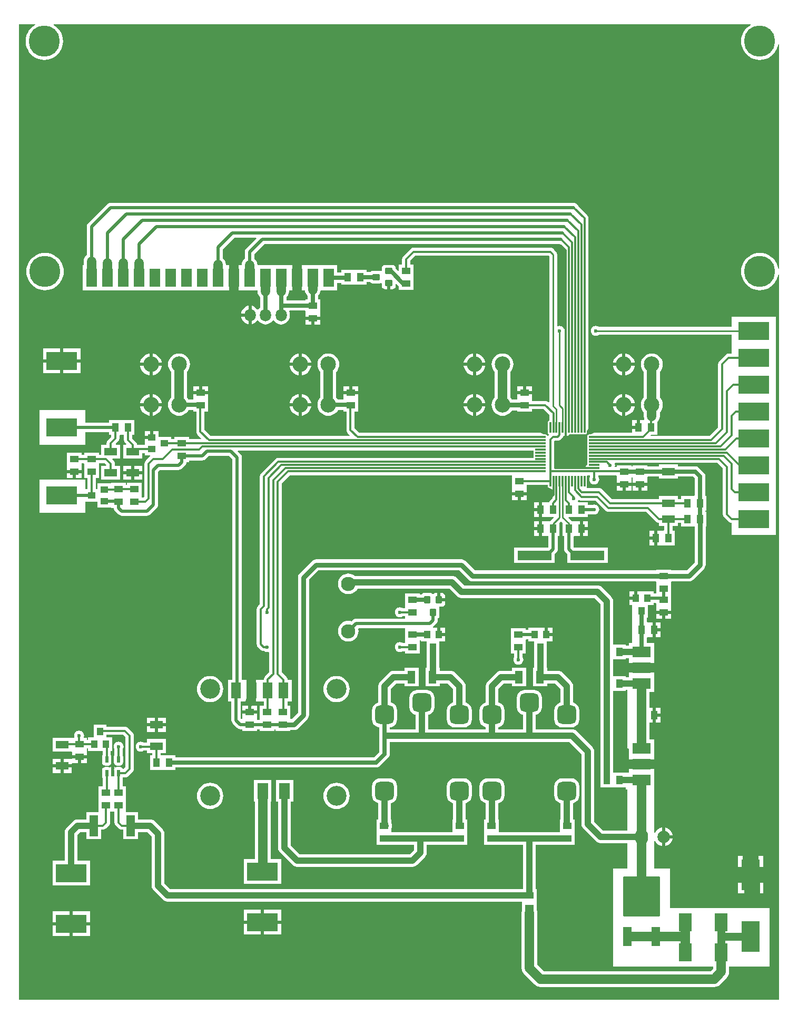
<source format=gbl>
G04 Layer_Physical_Order=2*
G04 Layer_Color=12517376*
%FSLAX25Y25*%
%MOIN*%
G70*
G01*
G75*
%ADD10C,0.01000*%
%ADD11C,0.01200*%
%ADD12C,0.04000*%
%ADD13C,0.02000*%
G04:AMPARAMS|DCode=14|XSize=118.11mil|YSize=118.11mil|CornerRadius=29.53mil|HoleSize=0mil|Usage=FLASHONLY|Rotation=90.000|XOffset=0mil|YOffset=0mil|HoleType=Round|Shape=RoundedRectangle|*
%AMROUNDEDRECTD14*
21,1,0.11811,0.05906,0,0,90.0*
21,1,0.05906,0.11811,0,0,90.0*
1,1,0.05906,0.02953,0.02953*
1,1,0.05906,0.02953,-0.02953*
1,1,0.05906,-0.02953,-0.02953*
1,1,0.05906,-0.02953,0.02953*
%
%ADD14ROUNDEDRECTD14*%
%ADD15R,0.07087X0.09843*%
%ADD16C,0.12598*%
%ADD17R,0.06299X0.09843*%
%ADD18C,0.07874*%
G04:AMPARAMS|DCode=19|XSize=78.74mil|YSize=78.74mil|CornerRadius=19.69mil|HoleSize=0mil|Usage=FLASHONLY|Rotation=0.000|XOffset=0mil|YOffset=0mil|HoleType=Round|Shape=RoundedRectangle|*
%AMROUNDEDRECTD19*
21,1,0.07874,0.03937,0,0,0.0*
21,1,0.03937,0.07874,0,0,0.0*
1,1,0.03937,0.01969,-0.01969*
1,1,0.03937,-0.01969,-0.01969*
1,1,0.03937,-0.01969,0.01969*
1,1,0.03937,0.01969,0.01969*
%
%ADD19ROUNDEDRECTD19*%
%ADD20C,0.09055*%
%ADD21O,0.07087X0.07874*%
%ADD22R,0.11811X0.07087*%
%ADD23R,0.07874X0.05118*%
%ADD24C,0.19685*%
%ADD25R,0.07087X0.11811*%
%ADD26C,0.09843*%
%ADD27C,0.02362*%
%ADD28R,0.19685X0.11811*%
%ADD29R,0.04921X0.07874*%
%ADD30R,0.07874X0.04921*%
%ADD31R,0.03937X0.04724*%
G04:AMPARAMS|DCode=32|XSize=19.29mil|YSize=37.4mil|CornerRadius=0.97mil|HoleSize=0mil|Usage=FLASHONLY|Rotation=180.000|XOffset=0mil|YOffset=0mil|HoleType=Round|Shape=RoundedRectangle|*
%AMROUNDEDRECTD32*
21,1,0.01929,0.03547,0,0,180.0*
21,1,0.01736,0.03740,0,0,180.0*
1,1,0.00193,-0.00868,0.01774*
1,1,0.00193,0.00868,0.01774*
1,1,0.00193,0.00868,-0.01774*
1,1,0.00193,-0.00868,-0.01774*
%
%ADD32ROUNDEDRECTD32*%
%ADD33R,0.05512X0.04134*%
%ADD34R,0.05315X0.13189*%
%ADD35R,0.04134X0.05512*%
%ADD36R,0.07874X0.11811*%
G04:AMPARAMS|DCode=37|XSize=39.37mil|YSize=47.24mil|CornerRadius=1.97mil|HoleSize=0mil|Usage=FLASHONLY|Rotation=180.000|XOffset=0mil|YOffset=0mil|HoleType=Round|Shape=RoundedRectangle|*
%AMROUNDEDRECTD37*
21,1,0.03937,0.04331,0,0,180.0*
21,1,0.03543,0.04724,0,0,180.0*
1,1,0.00394,-0.01772,0.02165*
1,1,0.00394,0.01772,0.02165*
1,1,0.00394,0.01772,-0.02165*
1,1,0.00394,-0.01772,-0.02165*
%
%ADD37ROUNDEDRECTD37*%
%ADD38R,0.04724X0.03937*%
G04:AMPARAMS|DCode=39|XSize=236.22mil|YSize=255.9mil|CornerRadius=11.81mil|HoleSize=0mil|Usage=FLASHONLY|Rotation=0.000|XOffset=0mil|YOffset=0mil|HoleType=Round|Shape=RoundedRectangle|*
%AMROUNDEDRECTD39*
21,1,0.23622,0.23228,0,0,0.0*
21,1,0.21260,0.25590,0,0,0.0*
1,1,0.02362,0.10630,-0.11614*
1,1,0.02362,-0.10630,-0.11614*
1,1,0.02362,-0.10630,0.11614*
1,1,0.02362,0.10630,0.11614*
%
%ADD39ROUNDEDRECTD39*%
G04:AMPARAMS|DCode=40|XSize=55.12mil|YSize=118.11mil|CornerRadius=2.76mil|HoleSize=0mil|Usage=FLASHONLY|Rotation=180.000|XOffset=0mil|YOffset=0mil|HoleType=Round|Shape=RoundedRectangle|*
%AMROUNDEDRECTD40*
21,1,0.05512,0.11260,0,0,180.0*
21,1,0.04961,0.11811,0,0,180.0*
1,1,0.00551,-0.02480,0.05630*
1,1,0.00551,0.02480,0.05630*
1,1,0.00551,0.02480,-0.05630*
1,1,0.00551,-0.02480,-0.05630*
%
%ADD40ROUNDEDRECTD40*%
%ADD41R,0.21654X0.05906*%
G04:AMPARAMS|DCode=42|XSize=11.81mil|YSize=66.93mil|CornerRadius=0.59mil|HoleSize=0mil|Usage=FLASHONLY|Rotation=0.000|XOffset=0mil|YOffset=0mil|HoleType=Round|Shape=RoundedRectangle|*
%AMROUNDEDRECTD42*
21,1,0.01181,0.06575,0,0,0.0*
21,1,0.01063,0.06693,0,0,0.0*
1,1,0.00118,0.00532,-0.03287*
1,1,0.00118,-0.00532,-0.03287*
1,1,0.00118,-0.00532,0.03287*
1,1,0.00118,0.00532,0.03287*
%
%ADD42ROUNDEDRECTD42*%
G04:AMPARAMS|DCode=43|XSize=11.81mil|YSize=66.93mil|CornerRadius=0.59mil|HoleSize=0mil|Usage=FLASHONLY|Rotation=270.000|XOffset=0mil|YOffset=0mil|HoleType=Round|Shape=RoundedRectangle|*
%AMROUNDEDRECTD43*
21,1,0.01181,0.06575,0,0,270.0*
21,1,0.01063,0.06693,0,0,270.0*
1,1,0.00118,-0.03287,-0.00532*
1,1,0.00118,-0.03287,0.00532*
1,1,0.00118,0.03287,0.00532*
1,1,0.00118,0.03287,-0.00532*
%
%ADD43ROUNDEDRECTD43*%
G04:AMPARAMS|DCode=44|XSize=39.37mil|YSize=47.24mil|CornerRadius=1.97mil|HoleSize=0mil|Usage=FLASHONLY|Rotation=90.000|XOffset=0mil|YOffset=0mil|HoleType=Round|Shape=RoundedRectangle|*
%AMROUNDEDRECTD44*
21,1,0.03937,0.04331,0,0,90.0*
21,1,0.03543,0.04724,0,0,90.0*
1,1,0.00394,0.02165,0.01772*
1,1,0.00394,0.02165,-0.01772*
1,1,0.00394,-0.02165,-0.01772*
1,1,0.00394,-0.02165,0.01772*
%
%ADD44ROUNDEDRECTD44*%
%ADD45R,0.11811X0.19685*%
%ADD46C,0.06000*%
%ADD47C,0.10000*%
%ADD48C,0.02500*%
%ADD49C,0.05000*%
%ADD50C,0.03000*%
G36*
X1122380Y880200D02*
X1121138Y879439D01*
X1119724Y878231D01*
X1118517Y876818D01*
X1117546Y875233D01*
X1116834Y873515D01*
X1116400Y871707D01*
X1116254Y869854D01*
X1116400Y868001D01*
X1116834Y866193D01*
X1117546Y864475D01*
X1118517Y862890D01*
X1119724Y861476D01*
X1121138Y860269D01*
X1122723Y859298D01*
X1124441Y858586D01*
X1126248Y858152D01*
X1128102Y858006D01*
X1129955Y858152D01*
X1131763Y858586D01*
X1133480Y859298D01*
X1135066Y860269D01*
X1136479Y861476D01*
X1137687Y862890D01*
X1138658Y864475D01*
X1139369Y866193D01*
X1139804Y868001D01*
X1140300Y867957D01*
Y726081D01*
X1139804Y726038D01*
X1139369Y727846D01*
X1138658Y729564D01*
X1137687Y731149D01*
X1136479Y732562D01*
X1135066Y733770D01*
X1133480Y734741D01*
X1131763Y735453D01*
X1129955Y735886D01*
X1128102Y736032D01*
X1126248Y735886D01*
X1124441Y735453D01*
X1122723Y734741D01*
X1121138Y733770D01*
X1119724Y732562D01*
X1118517Y731149D01*
X1117546Y729564D01*
X1116834Y727846D01*
X1116400Y726038D01*
X1116254Y724185D01*
X1116400Y722331D01*
X1116834Y720524D01*
X1117546Y718806D01*
X1118517Y717221D01*
X1119724Y715807D01*
X1121138Y714600D01*
X1122723Y713629D01*
X1124441Y712917D01*
X1126248Y712483D01*
X1128102Y712337D01*
X1129955Y712483D01*
X1131763Y712917D01*
X1133480Y713629D01*
X1135066Y714600D01*
X1136479Y715807D01*
X1137687Y717221D01*
X1138658Y718806D01*
X1139369Y720524D01*
X1139804Y722331D01*
X1140300Y722288D01*
Y263700D01*
X902300D01*
X659300Y263700D01*
Y880700D01*
X669483D01*
X669624Y880200D01*
X668382Y879439D01*
X666968Y878231D01*
X665761Y876818D01*
X664790Y875233D01*
X664078Y873515D01*
X663644Y871707D01*
X663498Y869854D01*
X663644Y868001D01*
X664078Y866193D01*
X664790Y864475D01*
X665761Y862890D01*
X666968Y861476D01*
X668382Y860269D01*
X669967Y859298D01*
X671685Y858586D01*
X673493Y858152D01*
X675346Y858006D01*
X677199Y858152D01*
X679007Y858586D01*
X680725Y859298D01*
X682310Y860269D01*
X683723Y861476D01*
X684931Y862890D01*
X685902Y864475D01*
X686614Y866193D01*
X687048Y868001D01*
X687194Y869854D01*
X687048Y871707D01*
X686614Y873515D01*
X685902Y875233D01*
X684931Y876818D01*
X683723Y878231D01*
X682310Y879439D01*
X681068Y880200D01*
X681209Y880700D01*
X1122239D01*
X1122380Y880200D01*
D02*
G37*
%LPC*%
G36*
X819032Y402590D02*
X808008D01*
Y388810D01*
X808509D01*
Y352574D01*
X801489D01*
Y336826D01*
X825111D01*
Y352574D01*
X818531D01*
Y388810D01*
X819032D01*
Y402590D01*
D02*
G37*
G36*
X1121316Y354511D02*
X1114426D01*
Y343684D01*
X1121316D01*
Y354511D01*
D02*
G37*
G36*
X1130174Y341716D02*
X1123284D01*
Y330889D01*
X1130174D01*
Y341716D01*
D02*
G37*
G36*
X825111Y320574D02*
X814284D01*
Y313684D01*
X825111D01*
Y320574D01*
D02*
G37*
G36*
X1121316Y341716D02*
X1114426D01*
Y330889D01*
X1121316D01*
Y341716D01*
D02*
G37*
G36*
X1130174Y354511D02*
X1123284D01*
Y343684D01*
X1130174D01*
Y354511D01*
D02*
G37*
G36*
X780213Y400858D02*
X778592Y400698D01*
X777034Y400225D01*
X775597Y399458D01*
X774339Y398424D01*
X773305Y397165D01*
X772538Y395729D01*
X772065Y394171D01*
X771905Y392550D01*
X772065Y390929D01*
X772538Y389371D01*
X773305Y387934D01*
X774339Y386676D01*
X775597Y385642D01*
X777034Y384875D01*
X778592Y384402D01*
X780213Y384242D01*
X781834Y384402D01*
X783392Y384875D01*
X784829Y385642D01*
X786087Y386676D01*
X787121Y387934D01*
X787888Y389371D01*
X788361Y390929D01*
X788521Y392550D01*
X788361Y394171D01*
X787888Y395729D01*
X787121Y397165D01*
X786087Y398424D01*
X784829Y399458D01*
X783392Y400225D01*
X781834Y400698D01*
X780213Y400858D01*
D02*
G37*
G36*
X860213D02*
X858592Y400698D01*
X857034Y400225D01*
X855597Y399458D01*
X854339Y398424D01*
X853305Y397165D01*
X852538Y395729D01*
X852065Y394171D01*
X851905Y392550D01*
X852065Y390929D01*
X852538Y389371D01*
X853305Y387934D01*
X854339Y386676D01*
X855597Y385642D01*
X857034Y384875D01*
X858592Y384402D01*
X860213Y384242D01*
X861834Y384402D01*
X863392Y384875D01*
X864828Y385642D01*
X866087Y386676D01*
X867121Y387934D01*
X867888Y389371D01*
X868361Y390929D01*
X868521Y392550D01*
X868361Y394171D01*
X867888Y395729D01*
X867121Y397165D01*
X866087Y398424D01*
X864828Y399458D01*
X863392Y400225D01*
X861834Y400698D01*
X860213Y400858D01*
D02*
G37*
G36*
X940875Y403664D02*
X934969D01*
X933685Y403495D01*
X932487Y402999D01*
X931459Y402210D01*
X930671Y401182D01*
X930175Y399985D01*
X930006Y398700D01*
Y392794D01*
X930175Y391510D01*
X930671Y390313D01*
X931459Y389285D01*
X932487Y388496D01*
X933685Y388000D01*
X933919Y387969D01*
Y377771D01*
X933576D01*
Y370200D01*
X933576Y369700D01*
X933089Y369667D01*
X895511D01*
X895024Y369700D01*
X895024Y370200D01*
Y372357D01*
X895166Y372699D01*
X895303Y373735D01*
X895166Y374771D01*
X895024Y375114D01*
Y377771D01*
X894681D01*
Y387969D01*
X894915Y388000D01*
X896113Y388496D01*
X897141Y389285D01*
X897929Y390313D01*
X898425Y391510D01*
X898594Y392794D01*
Y398700D01*
X898425Y399985D01*
X897929Y401182D01*
X897141Y402210D01*
X896113Y402999D01*
X894915Y403495D01*
X893631Y403664D01*
X887725D01*
X886440Y403495D01*
X885243Y402999D01*
X884215Y402210D01*
X883426Y401182D01*
X882931Y399985D01*
X882761Y398700D01*
Y392794D01*
X882931Y391510D01*
X883426Y390313D01*
X884215Y389285D01*
X885243Y388496D01*
X886440Y388000D01*
X886675Y387969D01*
Y377771D01*
X885576D01*
Y370200D01*
X885576Y369700D01*
X885576Y369200D01*
Y361629D01*
X895024D01*
Y361662D01*
X909297D01*
Y358358D01*
X906642Y355703D01*
X836958D01*
X831303Y361358D01*
Y388810D01*
X832812D01*
Y402590D01*
X821788D01*
Y388810D01*
X823297D01*
Y359700D01*
X823434Y358664D01*
X823833Y357699D01*
X824470Y356870D01*
X832470Y348870D01*
X833299Y348234D01*
X834264Y347834D01*
X835300Y347697D01*
X908300D01*
X909336Y347834D01*
X910301Y348234D01*
X911130Y348870D01*
X916130Y353870D01*
X916766Y354699D01*
X917166Y355664D01*
X917303Y356700D01*
Y361662D01*
X933576D01*
Y361629D01*
X943024D01*
Y369200D01*
X943024Y369700D01*
X943024Y370200D01*
Y377771D01*
X941925D01*
Y387969D01*
X942159Y388000D01*
X943357Y388496D01*
X944385Y389285D01*
X945173Y390313D01*
X945669Y391510D01*
X945839Y392794D01*
Y398700D01*
X945669Y399985D01*
X945173Y401182D01*
X944385Y402210D01*
X943357Y402999D01*
X942159Y403495D01*
X940875Y403664D01*
D02*
G37*
G36*
X1072974Y365700D02*
X1068121D01*
Y360847D01*
X1068295Y360864D01*
X1069408Y361202D01*
X1070434Y361750D01*
X1071333Y362488D01*
X1072071Y363387D01*
X1072620Y364413D01*
X1072957Y365527D01*
X1072974Y365700D01*
D02*
G37*
G36*
X1068121Y372521D02*
Y367669D01*
X1072974D01*
X1072957Y367842D01*
X1072620Y368955D01*
X1072071Y369981D01*
X1071333Y370880D01*
X1070434Y371618D01*
X1069408Y372167D01*
X1068295Y372504D01*
X1068121Y372521D01*
D02*
G37*
G36*
X812316Y320574D02*
X801489D01*
Y313684D01*
X812316D01*
Y320574D01*
D02*
G37*
G36*
X704111Y310716D02*
X693284D01*
Y303826D01*
X704111D01*
Y310716D01*
D02*
G37*
G36*
X742363Y623330D02*
X739016D01*
Y620377D01*
X742363D01*
Y623330D01*
D02*
G37*
G36*
X1050280Y630424D02*
X1047229D01*
Y626684D01*
X1050280D01*
Y630424D01*
D02*
G37*
G36*
X1048874Y638902D02*
X1043032D01*
Y633061D01*
X1043399Y633097D01*
X1044697Y633491D01*
X1045894Y634130D01*
X1046943Y634991D01*
X1047804Y636040D01*
X1048444Y637237D01*
X1048838Y638536D01*
X1048874Y638902D01*
D02*
G37*
G36*
X749662Y638902D02*
X743820D01*
Y633060D01*
X744186Y633097D01*
X745485Y633491D01*
X746682Y634130D01*
X747731Y634991D01*
X748592Y636040D01*
X749231Y637237D01*
X749625Y638536D01*
X749662Y638902D01*
D02*
G37*
G36*
X812316Y311716D02*
X801489D01*
Y304826D01*
X812316D01*
Y311716D01*
D02*
G37*
G36*
X691316Y319574D02*
X680489D01*
Y312684D01*
X691316D01*
Y319574D01*
D02*
G37*
G36*
X704111D02*
X693284D01*
Y312684D01*
X704111D01*
Y319574D01*
D02*
G37*
G36*
X693300Y596633D02*
X689560D01*
Y593582D01*
X693300D01*
Y596633D01*
D02*
G37*
G36*
X825111Y311716D02*
X814284D01*
Y304826D01*
X825111D01*
Y311716D01*
D02*
G37*
G36*
X699009Y596633D02*
X695268D01*
Y593582D01*
X699009D01*
Y596633D01*
D02*
G37*
G36*
X685551Y410501D02*
X680630D01*
Y407056D01*
X685551D01*
Y410501D01*
D02*
G37*
G36*
X696549Y416257D02*
X692809D01*
Y416233D01*
X692441Y415914D01*
X692309Y415914D01*
X687520D01*
Y412469D01*
X692441D01*
Y412887D01*
X692809Y413206D01*
X692941Y413206D01*
X696549D01*
Y416257D01*
D02*
G37*
G36*
X702258D02*
X698518D01*
Y413206D01*
X702258D01*
Y416257D01*
D02*
G37*
G36*
X780213Y468417D02*
X778592Y468257D01*
X777034Y467784D01*
X775597Y467017D01*
X774339Y465983D01*
X773305Y464724D01*
X772538Y463288D01*
X772065Y461730D01*
X771905Y460109D01*
X772065Y458488D01*
X772538Y456930D01*
X773305Y455493D01*
X774339Y454235D01*
X775597Y453201D01*
X777034Y452434D01*
X778592Y451961D01*
X780213Y451801D01*
X781834Y451961D01*
X783392Y452434D01*
X784829Y453201D01*
X786087Y454235D01*
X787121Y455493D01*
X787888Y456930D01*
X788361Y458488D01*
X788521Y460109D01*
X788361Y461730D01*
X787888Y463288D01*
X787121Y464724D01*
X786087Y465983D01*
X784829Y467017D01*
X783392Y467784D01*
X781834Y468257D01*
X780213Y468417D01*
D02*
G37*
G36*
X1065371Y496716D02*
X1062320D01*
Y492976D01*
X1065371D01*
Y496716D01*
D02*
G37*
G36*
X860213Y468417D02*
X858592Y468257D01*
X857034Y467784D01*
X855597Y467017D01*
X854339Y465983D01*
X853305Y464724D01*
X852538Y463288D01*
X852065Y461730D01*
X851905Y460109D01*
X852065Y458488D01*
X852538Y456930D01*
X853305Y455493D01*
X854339Y454235D01*
X855597Y453201D01*
X857034Y452434D01*
X858592Y451961D01*
X860213Y451801D01*
X861834Y451961D01*
X863392Y452434D01*
X864828Y453201D01*
X866087Y454235D01*
X867121Y455493D01*
X867888Y456930D01*
X868361Y458488D01*
X868521Y460109D01*
X868361Y461730D01*
X867888Y463288D01*
X867121Y464724D01*
X866087Y465983D01*
X864828Y467017D01*
X863392Y467784D01*
X861834Y468257D01*
X860213Y468417D01*
D02*
G37*
G36*
X1065318Y448409D02*
X1062267D01*
Y444668D01*
X1065318D01*
Y448409D01*
D02*
G37*
G36*
X745316Y441890D02*
X740395D01*
Y438445D01*
X745316D01*
Y441890D01*
D02*
G37*
G36*
X752206Y436477D02*
X747285D01*
Y433032D01*
X752206D01*
Y436477D01*
D02*
G37*
G36*
Y441890D02*
X747285D01*
Y438445D01*
X752206D01*
Y441890D01*
D02*
G37*
G36*
X745316Y436477D02*
X740395D01*
Y433032D01*
X745316D01*
Y436477D01*
D02*
G37*
G36*
X1065318Y442700D02*
X1062267D01*
Y438960D01*
X1065318D01*
Y442700D01*
D02*
G37*
G36*
X996977Y498968D02*
X994024D01*
Y495621D01*
X996977D01*
Y498968D01*
D02*
G37*
G36*
X924056Y521010D02*
X923269D01*
X922424Y520842D01*
X921707Y520364D01*
X921550Y520128D01*
X921050D01*
X920893Y520364D01*
X920176Y520842D01*
X919331Y521010D01*
X915788D01*
X914943Y520842D01*
X914227Y520364D01*
X913972Y519982D01*
X913024D01*
Y520771D01*
X903576D01*
Y512700D01*
X903576D01*
Y512700D01*
X903576D01*
Y511291D01*
X902098D01*
X901888Y511451D01*
X901122Y511768D01*
X900300Y511877D01*
X899478Y511768D01*
X898712Y511451D01*
X898054Y510946D01*
X897549Y510288D01*
X897231Y509522D01*
X897123Y508700D01*
X897231Y507878D01*
X897549Y507112D01*
X898054Y506454D01*
X898712Y505949D01*
X899478Y505631D01*
X900300Y505523D01*
X901122Y505631D01*
X901888Y505949D01*
X902098Y506109D01*
X903576D01*
Y504694D01*
X872639D01*
X871864Y504592D01*
X871142Y504293D01*
X870521Y503817D01*
X869661Y502957D01*
X868975Y503165D01*
X867702Y503291D01*
X866428Y503165D01*
X865204Y502794D01*
X864075Y502190D01*
X863086Y501379D01*
X862274Y500389D01*
X861671Y499261D01*
X861300Y498036D01*
X861174Y496763D01*
X861300Y495490D01*
X861671Y494265D01*
X862274Y493137D01*
X863086Y492147D01*
X864075Y491336D01*
X865204Y490732D01*
X866428Y490361D01*
X867702Y490236D01*
X868975Y490361D01*
X870199Y490732D01*
X871328Y491336D01*
X872317Y492147D01*
X873129Y493137D01*
X873732Y494265D01*
X874104Y495490D01*
X874229Y496763D01*
X874104Y498036D01*
X874022Y498304D01*
X874320Y498706D01*
X903576D01*
Y491200D01*
X903576Y490700D01*
X903576Y490200D01*
Y489255D01*
X902144D01*
X901888Y489451D01*
X901122Y489769D01*
X900300Y489877D01*
X899478Y489769D01*
X898712Y489451D01*
X898054Y488946D01*
X897549Y488288D01*
X897231Y487522D01*
X897123Y486700D01*
X897231Y485878D01*
X897549Y485112D01*
X898054Y484454D01*
X898712Y483949D01*
X899478Y483632D01*
X900300Y483523D01*
X901122Y483632D01*
X901888Y483949D01*
X902051Y484074D01*
X903576D01*
Y482629D01*
X913024D01*
Y490200D01*
X913024Y490700D01*
X913024Y491136D01*
X913123Y491234D01*
X913623Y491027D01*
Y490306D01*
X917363D01*
Y487262D01*
X917297Y486763D01*
Y473608D01*
X916662D01*
Y461797D01*
X925521D01*
Y463699D01*
X930640D01*
X933919Y460420D01*
Y451557D01*
X933685Y451526D01*
X932487Y451030D01*
X931459Y450241D01*
X930671Y449213D01*
X930175Y448016D01*
X930006Y446732D01*
Y440826D01*
X930175Y439541D01*
X930671Y438344D01*
X931459Y437316D01*
X932487Y436527D01*
X933685Y436031D01*
X934969Y435862D01*
X940875D01*
X942159Y436031D01*
X943357Y436527D01*
X944385Y437316D01*
X945173Y438344D01*
X945669Y439541D01*
X945839Y440826D01*
Y446732D01*
X945669Y448016D01*
X945173Y449213D01*
X944385Y450241D01*
X943357Y451030D01*
X942159Y451526D01*
X941925Y451557D01*
Y462078D01*
X941788Y463114D01*
X941389Y464079D01*
X940752Y464908D01*
X935128Y470533D01*
X934299Y471169D01*
X933334Y471568D01*
X932298Y471705D01*
X925521D01*
Y473608D01*
X925303D01*
Y486763D01*
X925237Y487262D01*
Y490306D01*
X928977D01*
Y493653D01*
X925040D01*
Y494637D01*
X924056D01*
Y498968D01*
X921437D01*
X921267Y499468D01*
X921417Y499583D01*
X923417Y501583D01*
X923893Y502203D01*
X924192Y502925D01*
X924294Y503700D01*
Y504810D01*
X924633Y505036D01*
X925111Y505753D01*
X925279Y506598D01*
Y510928D01*
X925111Y511773D01*
X925078Y511823D01*
X925314Y512264D01*
X926812D01*
X927657Y512432D01*
X928373Y512911D01*
X928852Y513627D01*
X929020Y514472D01*
Y515653D01*
X925040D01*
Y516637D01*
X924056D01*
Y521010D01*
D02*
G37*
G36*
X1048576Y521968D02*
X1045623D01*
Y518621D01*
X1048576D01*
Y521968D01*
D02*
G37*
G36*
X685551Y415914D02*
X680630D01*
Y412469D01*
X685551D01*
Y415914D01*
D02*
G37*
G36*
X692441Y410501D02*
X687520D01*
Y407056D01*
X692441D01*
Y410501D01*
D02*
G37*
G36*
X722300Y426877D02*
X721478Y426768D01*
X720712Y426451D01*
X720054Y425946D01*
X719549Y425288D01*
X719232Y424522D01*
X719123Y423700D01*
X719232Y422878D01*
X719549Y422112D01*
X719683Y421937D01*
Y418540D01*
X719460Y418207D01*
X719300Y417401D01*
Y413854D01*
X719460Y413048D01*
X719917Y412365D01*
X720600Y411908D01*
X721406Y411748D01*
X723142D01*
X723947Y411908D01*
X724630Y412365D01*
X725087Y413048D01*
X725247Y413854D01*
Y417401D01*
X725087Y418207D01*
X724864Y418540D01*
Y421868D01*
X725051Y422112D01*
X725368Y422878D01*
X725477Y423700D01*
X725368Y424522D01*
X725051Y425288D01*
X724546Y425946D01*
X723888Y426451D01*
X723122Y426768D01*
X722300Y426877D01*
D02*
G37*
G36*
X926812Y521010D02*
X926024D01*
Y517621D01*
X929020D01*
Y518802D01*
X928852Y519647D01*
X928373Y520364D01*
X927657Y520842D01*
X926812Y521010D01*
D02*
G37*
G36*
X992056Y498968D02*
X981623D01*
Y497631D01*
X980024D01*
Y498771D01*
X970576D01*
Y491200D01*
X970576Y490700D01*
X970576Y490200D01*
Y482629D01*
X972709D01*
Y480498D01*
X972549Y480288D01*
X972231Y479522D01*
X972123Y478700D01*
X972231Y477878D01*
X972549Y477112D01*
X973054Y476454D01*
X973712Y475949D01*
X974478Y475632D01*
X975300Y475523D01*
X976122Y475632D01*
X976888Y475949D01*
X977546Y476454D01*
X978051Y477112D01*
X978368Y477878D01*
X978477Y478700D01*
X978368Y479522D01*
X978051Y480288D01*
X977891Y480498D01*
Y482629D01*
X980024D01*
Y490200D01*
X980024Y490700D01*
X980024Y491289D01*
X980378Y491643D01*
X981623D01*
Y490306D01*
X985363D01*
Y487262D01*
X985297Y486763D01*
Y473608D01*
X984662D01*
Y461797D01*
X993521D01*
Y463699D01*
X998640D01*
X1001919Y460420D01*
Y451557D01*
X1001685Y451526D01*
X1000487Y451030D01*
X999459Y450241D01*
X998671Y449213D01*
X998175Y448016D01*
X998006Y446732D01*
Y440826D01*
X998175Y439541D01*
X998671Y438344D01*
X999459Y437316D01*
X1000487Y436527D01*
X1001685Y436031D01*
X1002969Y435862D01*
X1008875D01*
X1010159Y436031D01*
X1011357Y436527D01*
X1012385Y437316D01*
X1013173Y438344D01*
X1013669Y439541D01*
X1013838Y440826D01*
Y446732D01*
X1013669Y448016D01*
X1013173Y449213D01*
X1012385Y450241D01*
X1011357Y451030D01*
X1010159Y451526D01*
X1009925Y451557D01*
Y462078D01*
X1009788Y463114D01*
X1009389Y464079D01*
X1008752Y464908D01*
X1003128Y470533D01*
X1002299Y471169D01*
X1001334Y471568D01*
X1000298Y471705D01*
X993521D01*
Y473608D01*
X993303D01*
Y486763D01*
X993237Y487262D01*
Y490306D01*
X996977D01*
Y493653D01*
X993040D01*
Y494637D01*
X992056D01*
Y498968D01*
D02*
G37*
G36*
X928977D02*
X926024D01*
Y495621D01*
X928977D01*
Y498968D01*
D02*
G37*
G36*
X1062320Y502424D02*
Y498684D01*
X1065371D01*
Y502424D01*
X1062320D01*
D02*
G37*
G36*
X1072024Y507680D02*
X1068284D01*
Y504629D01*
X1072024D01*
Y507680D01*
D02*
G37*
G36*
X1066316D02*
X1062576D01*
Y504629D01*
X1066316D01*
Y507680D01*
D02*
G37*
G36*
X741851Y672303D02*
X741485Y672267D01*
X740186Y671873D01*
X738989Y671234D01*
X737940Y670372D01*
X737079Y669323D01*
X736439Y668126D01*
X736045Y666828D01*
X736009Y666461D01*
X741851D01*
Y672303D01*
D02*
G37*
G36*
X698111Y666716D02*
X687284D01*
Y659826D01*
X698111D01*
Y666716D01*
D02*
G37*
G36*
X743820Y672303D02*
Y666461D01*
X749662D01*
X749625Y666828D01*
X749231Y668126D01*
X748592Y669323D01*
X747731Y670372D01*
X746682Y671234D01*
X745485Y671873D01*
X744186Y672267D01*
X743820Y672303D01*
D02*
G37*
G36*
X1043032D02*
Y666461D01*
X1048874D01*
X1048838Y666828D01*
X1048444Y668126D01*
X1047804Y669323D01*
X1046943Y670372D01*
X1045894Y671234D01*
X1044697Y671873D01*
X1043399Y672267D01*
X1043032Y672303D01*
D02*
G37*
G36*
X1041064D02*
X1040697Y672267D01*
X1039399Y671873D01*
X1038202Y671234D01*
X1037153Y670372D01*
X1036292Y669323D01*
X1035652Y668126D01*
X1035258Y666828D01*
X1035222Y666461D01*
X1041064D01*
Y672303D01*
D02*
G37*
G36*
X685316Y666716D02*
X674489D01*
Y659826D01*
X685316D01*
Y666716D01*
D02*
G37*
G36*
X741851Y664493D02*
X736009D01*
X736045Y664126D01*
X736439Y662828D01*
X737079Y661631D01*
X737940Y660582D01*
X738989Y659721D01*
X740186Y659081D01*
X741485Y658687D01*
X741851Y658651D01*
Y664493D01*
D02*
G37*
G36*
X1048874Y664493D02*
X1043032D01*
Y658651D01*
X1043399Y658687D01*
X1044697Y659081D01*
X1045894Y659721D01*
X1046943Y660582D01*
X1047804Y661631D01*
X1048444Y662828D01*
X1048838Y664126D01*
X1048874Y664493D01*
D02*
G37*
G36*
X954386Y664493D02*
X948544D01*
Y658651D01*
X948911Y658687D01*
X950209Y659081D01*
X951406Y659721D01*
X952455Y660582D01*
X953316Y661631D01*
X953956Y662828D01*
X954350Y664126D01*
X954386Y664493D01*
D02*
G37*
G36*
X946576D02*
X940734D01*
X940770Y664126D01*
X941164Y662828D01*
X941803Y661631D01*
X942665Y660582D01*
X943714Y659721D01*
X944911Y659081D01*
X946209Y658687D01*
X946576Y658651D01*
Y664493D01*
D02*
G37*
G36*
X844150Y664493D02*
X838308D01*
Y658651D01*
X838674Y658687D01*
X839973Y659081D01*
X841170Y659721D01*
X842219Y660582D01*
X843080Y661631D01*
X843720Y662828D01*
X844114Y664126D01*
X844150Y664493D01*
D02*
G37*
G36*
X836339Y672303D02*
X835973Y672267D01*
X834674Y671873D01*
X833477Y671234D01*
X832428Y670372D01*
X831567Y669323D01*
X830927Y668126D01*
X830534Y666828D01*
X830497Y666461D01*
X836339D01*
Y672303D01*
D02*
G37*
G36*
X850024Y693680D02*
X846284D01*
Y690629D01*
X850024D01*
Y693680D01*
D02*
G37*
G36*
X844316D02*
X840576D01*
Y690629D01*
X844316D01*
Y693680D01*
D02*
G37*
G36*
X804473Y695716D02*
X799976D01*
X800088Y694867D01*
X800643Y693527D01*
X801526Y692375D01*
X802678Y691492D01*
X804019Y690936D01*
X804473Y690876D01*
Y695716D01*
D02*
G37*
G36*
X675772Y736023D02*
X673919Y735878D01*
X672111Y735443D01*
X670393Y734732D01*
X668808Y733761D01*
X667394Y732553D01*
X666187Y731140D01*
X665216Y729555D01*
X664504Y727837D01*
X664070Y726029D01*
X663924Y724176D01*
X664070Y722323D01*
X664504Y720515D01*
X665216Y718797D01*
X666187Y717212D01*
X667394Y715798D01*
X668808Y714591D01*
X670393Y713620D01*
X672111Y712908D01*
X673919Y712474D01*
X675772Y712328D01*
X677625Y712474D01*
X679433Y712908D01*
X681151Y713620D01*
X682736Y714591D01*
X684149Y715798D01*
X685357Y717212D01*
X686328Y718797D01*
X687040Y720515D01*
X687474Y722323D01*
X687619Y724176D01*
X687474Y726029D01*
X687040Y727837D01*
X686328Y729555D01*
X685357Y731140D01*
X684149Y732553D01*
X682736Y733761D01*
X681151Y734732D01*
X679433Y735443D01*
X677625Y735878D01*
X675772Y736023D01*
D02*
G37*
G36*
X804473Y702524D02*
X804019Y702464D01*
X802678Y701908D01*
X801526Y701025D01*
X800643Y699873D01*
X800088Y698533D01*
X799976Y697684D01*
X804473D01*
Y702524D01*
D02*
G37*
G36*
X691316Y310716D02*
X680489D01*
Y303826D01*
X691316D01*
Y310716D01*
D02*
G37*
G36*
X946576Y672303D02*
X946209Y672267D01*
X944911Y671873D01*
X943714Y671234D01*
X942665Y670372D01*
X941803Y669323D01*
X941164Y668126D01*
X940770Y666828D01*
X940734Y666462D01*
X946576D01*
Y672303D01*
D02*
G37*
G36*
X838308Y672303D02*
Y666461D01*
X844150D01*
X844114Y666828D01*
X843720Y668126D01*
X843080Y669323D01*
X842219Y670372D01*
X841170Y671234D01*
X839973Y671873D01*
X838674Y672267D01*
X838308Y672303D01*
D02*
G37*
G36*
X948544Y672303D02*
Y666462D01*
X954386D01*
X954350Y666828D01*
X953956Y668126D01*
X953316Y669323D01*
X952455Y670372D01*
X951406Y671234D01*
X950209Y671873D01*
X948911Y672267D01*
X948544Y672303D01*
D02*
G37*
G36*
X698111Y675574D02*
X687284D01*
Y668684D01*
X698111D01*
Y675574D01*
D02*
G37*
G36*
X685316D02*
X674489D01*
Y668684D01*
X685316D01*
Y675574D01*
D02*
G37*
G36*
X1041064Y664493D02*
X1035222D01*
X1035258Y664126D01*
X1035652Y662828D01*
X1036292Y661631D01*
X1037153Y660582D01*
X1038202Y659721D01*
X1039399Y659081D01*
X1040697Y658687D01*
X1041064Y658651D01*
Y664493D01*
D02*
G37*
G36*
X743820Y646713D02*
Y640871D01*
X749662D01*
X749625Y641237D01*
X749231Y642536D01*
X748592Y643733D01*
X747731Y644782D01*
X746682Y645643D01*
X745485Y646283D01*
X744186Y646677D01*
X743820Y646713D01*
D02*
G37*
G36*
X741851Y646713D02*
X741485Y646677D01*
X740186Y646283D01*
X738989Y645643D01*
X737940Y644782D01*
X737079Y643733D01*
X736439Y642536D01*
X736045Y641237D01*
X736009Y640871D01*
X741851D01*
Y646713D01*
D02*
G37*
G36*
X1041064D02*
X1040697Y646677D01*
X1039399Y646283D01*
X1038202Y645643D01*
X1037153Y644782D01*
X1036292Y643733D01*
X1035652Y642536D01*
X1035258Y641237D01*
X1035222Y640871D01*
X1041064D01*
Y646713D01*
D02*
G37*
G36*
X946576Y646713D02*
X946209Y646677D01*
X944911Y646283D01*
X943714Y645643D01*
X942665Y644782D01*
X941803Y643733D01*
X941164Y642536D01*
X940770Y641237D01*
X940734Y640871D01*
X946576D01*
Y646713D01*
D02*
G37*
G36*
X1043032Y646713D02*
Y640871D01*
X1048874D01*
X1048838Y641237D01*
X1048444Y642536D01*
X1047804Y643733D01*
X1046943Y644782D01*
X1045894Y645643D01*
X1044697Y646283D01*
X1043399Y646677D01*
X1043032Y646713D01*
D02*
G37*
G36*
X946576Y638902D02*
X940734D01*
X940770Y638536D01*
X941164Y637237D01*
X941803Y636040D01*
X942665Y634991D01*
X943714Y634130D01*
X944911Y633491D01*
X946209Y633097D01*
X946576Y633061D01*
Y638902D01*
D02*
G37*
G36*
X844150Y638903D02*
X838308D01*
Y633061D01*
X838674Y633097D01*
X839973Y633491D01*
X841170Y634130D01*
X842219Y634991D01*
X843080Y636040D01*
X843720Y637237D01*
X844114Y638536D01*
X844150Y638903D01*
D02*
G37*
G36*
X836339D02*
X830497D01*
X830534Y638536D01*
X830927Y637237D01*
X831567Y636040D01*
X832428Y634991D01*
X833477Y634130D01*
X834674Y633491D01*
X835973Y633097D01*
X836339Y633061D01*
Y638903D01*
D02*
G37*
G36*
X1041064Y638902D02*
X1035222D01*
X1035258Y638536D01*
X1035652Y637237D01*
X1036292Y636040D01*
X1037153Y634991D01*
X1038202Y634130D01*
X1039399Y633491D01*
X1040697Y633097D01*
X1041064Y633061D01*
Y638902D01*
D02*
G37*
G36*
X741851Y638902D02*
X736009D01*
X736045Y638536D01*
X736439Y637237D01*
X737079Y636040D01*
X737940Y634991D01*
X738989Y634130D01*
X740186Y633491D01*
X741485Y633097D01*
X741851Y633061D01*
Y638902D01*
D02*
G37*
G36*
X954386Y638902D02*
X948544D01*
Y633061D01*
X948911Y633097D01*
X950209Y633491D01*
X951406Y634130D01*
X952455Y634991D01*
X953316Y636040D01*
X953956Y637237D01*
X954350Y638536D01*
X954386Y638902D01*
D02*
G37*
G36*
X948544Y646713D02*
Y640871D01*
X954386D01*
X954350Y641237D01*
X953956Y642536D01*
X953316Y643733D01*
X952455Y644782D01*
X951406Y645643D01*
X950209Y646283D01*
X948911Y646677D01*
X948544Y646713D01*
D02*
G37*
G36*
X779024Y651771D02*
X775284D01*
Y648720D01*
X779024D01*
Y651771D01*
D02*
G37*
G36*
X874024D02*
X870284D01*
Y648720D01*
X874024D01*
Y651771D01*
D02*
G37*
G36*
X984024D02*
X980284D01*
Y648720D01*
X984024D01*
Y651771D01*
D02*
G37*
G36*
X749662Y664493D02*
X743820D01*
Y658651D01*
X744186Y658687D01*
X745485Y659081D01*
X746682Y659721D01*
X747731Y660582D01*
X748592Y661631D01*
X749231Y662828D01*
X749625Y664126D01*
X749662Y664493D01*
D02*
G37*
G36*
X836339Y664493D02*
X830497D01*
X830534Y664126D01*
X830927Y662828D01*
X831567Y661631D01*
X832428Y660582D01*
X833477Y659721D01*
X834674Y659081D01*
X835973Y658687D01*
X836339Y658651D01*
Y664493D01*
D02*
G37*
G36*
X978316Y651771D02*
X974576D01*
Y648720D01*
X978316D01*
Y651771D01*
D02*
G37*
G36*
X838308Y646713D02*
Y640871D01*
X844150D01*
X844114Y641237D01*
X843720Y642536D01*
X843080Y643733D01*
X842219Y644782D01*
X841170Y645643D01*
X839973Y646283D01*
X838674Y646677D01*
X838308Y646713D01*
D02*
G37*
G36*
X836339Y646713D02*
X835973Y646677D01*
X834674Y646283D01*
X833477Y645643D01*
X832428Y644782D01*
X831567Y643733D01*
X830927Y642536D01*
X830534Y641237D01*
X830497Y640871D01*
X836339D01*
Y646713D01*
D02*
G37*
G36*
X1010300Y767694D02*
X717300D01*
X716525Y767592D01*
X715803Y767293D01*
X715183Y766817D01*
X703103Y754738D01*
X702628Y754118D01*
X702328Y753396D01*
X702226Y752621D01*
Y734665D01*
X701677Y734244D01*
X700881Y733206D01*
X700380Y731997D01*
X700209Y730700D01*
Y728113D01*
X699709D01*
Y712364D01*
X794236D01*
Y720238D01*
Y728113D01*
X790232D01*
Y728700D01*
X790061Y729997D01*
X789561Y731206D01*
X788764Y732244D01*
X788215Y732665D01*
Y738380D01*
X795540Y745706D01*
X809418D01*
X809610Y745244D01*
X803103Y738738D01*
X802628Y738118D01*
X802328Y737395D01*
X802227Y736621D01*
Y732395D01*
X801677Y731973D01*
X800881Y730935D01*
X800380Y729727D01*
X800209Y728430D01*
Y728113D01*
X796205D01*
Y720238D01*
Y712364D01*
X810209D01*
Y711700D01*
X810380Y710403D01*
X810881Y709194D01*
X811677Y708156D01*
X811974Y707928D01*
Y701489D01*
X811369Y701025D01*
X810682Y700129D01*
X810076D01*
X809389Y701025D01*
X808237Y701908D01*
X806896Y702464D01*
X806442Y702524D01*
Y696700D01*
Y690876D01*
X806896Y690936D01*
X808237Y691492D01*
X809389Y692375D01*
X810076Y693271D01*
X810682D01*
X811369Y692375D01*
X812520Y691492D01*
X813861Y690936D01*
X815300Y690747D01*
X816739Y690936D01*
X818080Y691492D01*
X819231Y692375D01*
X819918Y693271D01*
X820524D01*
X821212Y692375D01*
X822363Y691492D01*
X823704Y690936D01*
X825142Y690747D01*
X826581Y690936D01*
X827922Y691492D01*
X829074Y692375D01*
X829957Y693527D01*
X830513Y694867D01*
X830702Y696306D01*
Y697094D01*
X830513Y698533D01*
X830288Y699073D01*
X830566Y699489D01*
X840222D01*
X840576Y699136D01*
X840576Y698700D01*
X840576Y698200D01*
Y695649D01*
X850024D01*
Y698200D01*
X850024Y698700D01*
X850024Y699200D01*
Y706771D01*
X848467D01*
Y708928D01*
X848764Y709156D01*
X849561Y710194D01*
X850061Y711403D01*
X850188Y712364D01*
X860732D01*
Y716992D01*
X863229D01*
Y715976D01*
X870800D01*
X871300Y715976D01*
Y715976D01*
X871300D01*
Y715976D01*
X879371D01*
Y717454D01*
X881579D01*
X881637Y717367D01*
X882353Y716889D01*
X883198Y716721D01*
X887528D01*
X888373Y716889D01*
X888423Y716922D01*
X888864Y716686D01*
Y715188D01*
X889032Y714343D01*
X889511Y713627D01*
X890227Y713148D01*
X891072Y712980D01*
X892253D01*
Y716960D01*
X894221D01*
Y712980D01*
X895402D01*
X896247Y713148D01*
X896964Y713627D01*
X897442Y714343D01*
X897610Y715188D01*
Y716146D01*
X898072Y716337D01*
X899576Y714833D01*
Y712629D01*
X909024D01*
Y720700D01*
X909024D01*
Y720700D01*
X909024D01*
Y728771D01*
X906891D01*
Y730963D01*
X910037Y734109D01*
X994668D01*
X994783Y733994D01*
Y641534D01*
X994321Y641342D01*
X994132Y641532D01*
X993595Y641944D01*
X992970Y642202D01*
X992300Y642291D01*
X984378D01*
X984024Y642644D01*
X984024Y643700D01*
X984024Y644200D01*
Y646751D01*
X979300D01*
X974576D01*
Y644200D01*
X974576Y643700D01*
X974206Y643385D01*
X971219D01*
X971033Y643733D01*
X970288Y644641D01*
Y660723D01*
X971033Y661631D01*
X971673Y662828D01*
X972066Y664126D01*
X972200Y665477D01*
X972066Y666828D01*
X971673Y668126D01*
X971033Y669323D01*
X970172Y670372D01*
X969123Y671234D01*
X967926Y671873D01*
X966627Y672267D01*
X965276Y672400D01*
X963926Y672267D01*
X962627Y671873D01*
X961430Y671234D01*
X960381Y670372D01*
X959520Y669323D01*
X958880Y668126D01*
X958486Y666828D01*
X958353Y665477D01*
X958486Y664126D01*
X958880Y662828D01*
X959520Y661631D01*
X960265Y660723D01*
Y644641D01*
X959520Y643733D01*
X958880Y642536D01*
X958486Y641237D01*
X958353Y639887D01*
X958486Y638536D01*
X958880Y637237D01*
X959520Y636040D01*
X960381Y634991D01*
X961430Y634130D01*
X962627Y633491D01*
X963926Y633097D01*
X965276Y632964D01*
X966627Y633097D01*
X967926Y633491D01*
X969123Y634130D01*
X970172Y634991D01*
X971033Y636040D01*
X971219Y636388D01*
X974576D01*
Y635629D01*
X984024D01*
Y637109D01*
X991227D01*
X994851Y633485D01*
Y629978D01*
X994528Y629914D01*
X994178Y629680D01*
X993944Y629330D01*
X993862Y628917D01*
Y622342D01*
X993944Y621929D01*
X994178Y621578D01*
X994528Y621344D01*
X994566Y621337D01*
X994730Y620794D01*
X994206Y620270D01*
X993663Y620434D01*
X993656Y620471D01*
X993422Y620822D01*
X993071Y621056D01*
X992658Y621138D01*
X991372D01*
X991203Y621359D01*
X990666Y621770D01*
X990041Y622029D01*
X989371Y622117D01*
X874546D01*
X871669Y624995D01*
Y635629D01*
X874024D01*
Y643200D01*
X874024Y643700D01*
X874024Y644200D01*
Y646751D01*
X869300D01*
X864576D01*
X864576Y643486D01*
X864222Y643133D01*
X861117D01*
X860797Y643733D01*
X860052Y644641D01*
Y660723D01*
X860797Y661631D01*
X861436Y662828D01*
X861830Y664126D01*
X861963Y665477D01*
X861830Y666828D01*
X861436Y668126D01*
X860797Y669323D01*
X859935Y670372D01*
X858886Y671234D01*
X857689Y671873D01*
X856391Y672267D01*
X855040Y672400D01*
X853689Y672267D01*
X852391Y671873D01*
X851194Y671234D01*
X850145Y670372D01*
X849284Y669323D01*
X848644Y668126D01*
X848250Y666828D01*
X848117Y665477D01*
X848250Y664126D01*
X848644Y662828D01*
X849284Y661631D01*
X850029Y660723D01*
Y644641D01*
X849284Y643733D01*
X848644Y642536D01*
X848250Y641237D01*
X848117Y639887D01*
X848250Y638536D01*
X848644Y637237D01*
X849284Y636040D01*
X850145Y634991D01*
X851194Y634130D01*
X852391Y633491D01*
X853689Y633097D01*
X855040Y632964D01*
X856391Y633097D01*
X857689Y633491D01*
X858886Y634130D01*
X859935Y634991D01*
X860797Y636040D01*
X861117Y636640D01*
X864576D01*
Y635629D01*
X866487D01*
Y623922D01*
X866576Y623251D01*
X866834Y622627D01*
X867246Y622090D01*
X868725Y620611D01*
X868534Y620149D01*
X780515D01*
X776669Y623995D01*
Y635629D01*
X779024D01*
Y643200D01*
X779024Y643700D01*
X779024Y644200D01*
Y646751D01*
X774300D01*
X769576D01*
X769576Y643486D01*
X769222Y643133D01*
X766629D01*
X766308Y643733D01*
X765563Y644641D01*
Y660723D01*
X766308Y661631D01*
X766948Y662828D01*
X767342Y664126D01*
X767475Y665477D01*
X767342Y666828D01*
X766948Y668126D01*
X766308Y669323D01*
X765447Y670372D01*
X764398Y671234D01*
X763201Y671873D01*
X761903Y672267D01*
X760552Y672400D01*
X759201Y672267D01*
X757903Y671873D01*
X756706Y671234D01*
X755657Y670372D01*
X754796Y669323D01*
X754156Y668126D01*
X753762Y666828D01*
X753629Y665477D01*
X753762Y664126D01*
X754156Y662828D01*
X754796Y661631D01*
X755541Y660723D01*
Y644641D01*
X754796Y643733D01*
X754156Y642536D01*
X753762Y641237D01*
X753629Y639887D01*
X753762Y638536D01*
X754156Y637237D01*
X754796Y636040D01*
X755657Y634991D01*
X756706Y634130D01*
X757903Y633491D01*
X759201Y633097D01*
X760552Y632964D01*
X761903Y633097D01*
X763201Y633491D01*
X764398Y634130D01*
X765447Y634991D01*
X766308Y636040D01*
X766629Y636640D01*
X769576D01*
Y635629D01*
X771487D01*
Y622922D01*
X771576Y622252D01*
X771834Y621627D01*
X772246Y621090D01*
X774694Y618642D01*
X774503Y618180D01*
X767024D01*
Y619771D01*
X757576D01*
Y618208D01*
X755552D01*
Y619590D01*
X747678D01*
Y623330D01*
X744332D01*
Y619393D01*
X743347D01*
Y618409D01*
X739016D01*
Y615456D01*
Y614503D01*
X737200D01*
Y614726D01*
X733980D01*
X733909Y615264D01*
X733650Y615889D01*
X733238Y616426D01*
X730910Y618753D01*
Y620976D01*
X732371D01*
Y630424D01*
X724800D01*
X724300Y630424D01*
X723800Y630424D01*
X716229D01*
Y628694D01*
X701300D01*
Y636700D01*
X672300D01*
Y614700D01*
X701300D01*
Y622706D01*
X716229D01*
Y620976D01*
X717658D01*
Y619722D01*
X715452Y617516D01*
X715041Y616980D01*
X714782Y616355D01*
X714693Y615684D01*
Y614726D01*
X711389D01*
Y608279D01*
X710009D01*
Y609724D01*
X700560D01*
Y608279D01*
X699009D01*
Y609724D01*
X689560D01*
Y602153D01*
X689560Y601653D01*
X689560Y601153D01*
Y598601D01*
X694284D01*
X699009D01*
Y601153D01*
X699009Y601653D01*
X699009Y602153D01*
Y603097D01*
X700206D01*
X700560Y602744D01*
X700560Y601653D01*
X700560Y601153D01*
Y593582D01*
X702694D01*
Y586590D01*
X701300D01*
Y592700D01*
X672300D01*
Y571700D01*
X701300D01*
Y578716D01*
X708890D01*
Y574976D01*
X717552D01*
X717560Y574582D01*
X719308D01*
X719392Y573941D01*
X719691Y573219D01*
X720167Y572599D01*
X722183Y570583D01*
X722803Y570107D01*
X723525Y569808D01*
X724300Y569706D01*
X740300D01*
X741075Y569808D01*
X741797Y570107D01*
X742417Y570583D01*
X746417Y574583D01*
X746893Y575203D01*
X747192Y575925D01*
X747294Y576700D01*
Y597460D01*
X748540Y598706D01*
X760300D01*
X761075Y598808D01*
X761797Y599107D01*
X762417Y599583D01*
X764417Y601583D01*
X764893Y602203D01*
X765192Y602925D01*
X765285Y603629D01*
X767024D01*
Y604670D01*
X775265D01*
X776040Y604773D01*
X776762Y605072D01*
X777382Y605547D01*
X779540Y607706D01*
X792060D01*
X794306Y605460D01*
Y465999D01*
X791595D01*
Y452219D01*
X793719D01*
Y440287D01*
X793821Y439512D01*
X794120Y438790D01*
X794596Y438170D01*
X797183Y435583D01*
X797803Y435107D01*
X798102Y434983D01*
X798525Y434808D01*
X799300Y434706D01*
X800576D01*
Y433629D01*
X810024D01*
Y434670D01*
X811576D01*
Y433629D01*
X821024D01*
Y434670D01*
X821576D01*
Y433629D01*
X831024D01*
Y434166D01*
X833370D01*
X833822Y434226D01*
X834275Y434285D01*
X835119Y434635D01*
X835843Y435191D01*
X841774Y441121D01*
X842330Y441846D01*
X842679Y442690D01*
X842798Y443595D01*
Y529251D01*
X848749Y535202D01*
X937851D01*
X943826Y529226D01*
X944551Y528670D01*
X945395Y528321D01*
X946300Y528202D01*
X1062222D01*
X1062576Y527848D01*
X1062576Y527200D01*
Y520631D01*
X1060977D01*
Y521968D01*
X1050544D01*
Y517637D01*
X1049560D01*
Y516653D01*
X1045623D01*
Y513306D01*
X1047300D01*
Y489196D01*
X1045373D01*
Y487703D01*
X1043371D01*
Y488424D01*
X1035800D01*
X1035300Y488424D01*
X1035267Y488911D01*
Y515735D01*
X1035131Y516771D01*
X1034731Y517737D01*
X1034095Y518566D01*
X1028130Y524530D01*
X1027301Y525167D01*
X1026336Y525566D01*
X1025300Y525703D01*
X940958D01*
X936130Y530530D01*
X935301Y531167D01*
X934336Y531566D01*
X933300Y531703D01*
X871826D01*
X871328Y532112D01*
X870199Y532715D01*
X868975Y533086D01*
X867702Y533212D01*
X866428Y533086D01*
X865204Y532715D01*
X864075Y532112D01*
X863086Y531300D01*
X862274Y530311D01*
X861671Y529182D01*
X861300Y527958D01*
X861174Y526684D01*
X861300Y525411D01*
X861671Y524186D01*
X862274Y523058D01*
X863086Y522069D01*
X864075Y521257D01*
X865204Y520654D01*
X866428Y520282D01*
X867702Y520157D01*
X868975Y520282D01*
X870199Y520654D01*
X871328Y521257D01*
X872317Y522069D01*
X873129Y523058D01*
X873471Y523697D01*
X931642D01*
X936470Y518870D01*
X937299Y518233D01*
X938264Y517834D01*
X939300Y517697D01*
X1023642D01*
X1027262Y514077D01*
Y488424D01*
X1027229D01*
Y478976D01*
X1027262D01*
Y468424D01*
X1027229D01*
Y458976D01*
X1027262D01*
Y407424D01*
X1027229D01*
Y397976D01*
X1034800D01*
X1035300Y397976D01*
X1035800Y397976D01*
X1043371D01*
Y396771D01*
X1043300Y396700D01*
X1044300D01*
Y370687D01*
X1028974D01*
X1023303Y376358D01*
Y420700D01*
X1023166Y421736D01*
X1022766Y422701D01*
X1022130Y423530D01*
X1012130Y433530D01*
X1011301Y434166D01*
X1010336Y434566D01*
X1009300Y434703D01*
X986303D01*
Y443875D01*
X986537Y443905D01*
X987735Y444401D01*
X988763Y445190D01*
X989552Y446218D01*
X990047Y447415D01*
X990217Y448700D01*
Y454605D01*
X990047Y455890D01*
X989552Y457087D01*
X988763Y458115D01*
X987735Y458904D01*
X986537Y459400D01*
X985253Y459569D01*
X979347D01*
X978063Y459400D01*
X976865Y458904D01*
X975837Y458115D01*
X975049Y457087D01*
X974553Y455890D01*
X974384Y454605D01*
Y448700D01*
X974553Y447415D01*
X975049Y446218D01*
X975837Y445190D01*
X976865Y444401D01*
X978063Y443905D01*
X978297Y443875D01*
Y434703D01*
X962681D01*
Y436000D01*
X962915Y436031D01*
X964113Y436527D01*
X965141Y437316D01*
X965929Y438344D01*
X966425Y439541D01*
X966594Y440826D01*
Y446732D01*
X966425Y448016D01*
X965929Y449213D01*
X965141Y450241D01*
X964113Y451030D01*
X962915Y451526D01*
X962681Y451557D01*
Y460420D01*
X965952Y463692D01*
X971274D01*
Y461789D01*
X980132D01*
Y473600D01*
X971274D01*
Y471697D01*
X964295D01*
X963258Y471561D01*
X962293Y471161D01*
X961464Y470525D01*
X955848Y464908D01*
X955212Y464079D01*
X954812Y463114D01*
X954675Y462078D01*
Y451557D01*
X954440Y451526D01*
X953243Y451030D01*
X952215Y450241D01*
X951427Y449213D01*
X950931Y448016D01*
X950762Y446732D01*
Y440826D01*
X950931Y439541D01*
X951427Y438344D01*
X952215Y437316D01*
X953243Y436527D01*
X954440Y436031D01*
X954675Y436000D01*
Y434703D01*
X918303D01*
Y443875D01*
X918538Y443905D01*
X919735Y444401D01*
X920763Y445190D01*
X921552Y446218D01*
X922047Y447415D01*
X922217Y448700D01*
Y454605D01*
X922047Y455890D01*
X921552Y457087D01*
X920763Y458115D01*
X919735Y458904D01*
X918538Y459400D01*
X917253Y459569D01*
X911347D01*
X910063Y459400D01*
X908865Y458904D01*
X907837Y458115D01*
X907049Y457087D01*
X906553Y455890D01*
X906384Y454605D01*
Y448700D01*
X906553Y447415D01*
X907049Y446218D01*
X907837Y445190D01*
X908865Y444401D01*
X910063Y443905D01*
X910297Y443875D01*
Y434703D01*
X893924D01*
Y435901D01*
X894915Y436031D01*
X896113Y436527D01*
X897141Y437316D01*
X897929Y438344D01*
X898425Y439541D01*
X898594Y440826D01*
Y446732D01*
X898425Y448016D01*
X897929Y449213D01*
X897141Y450241D01*
X896113Y451030D01*
X894915Y451526D01*
X894681Y451557D01*
Y460420D01*
X897952Y463692D01*
X903274D01*
Y461789D01*
X912132D01*
Y473600D01*
X903274D01*
Y471697D01*
X896294D01*
X895259Y471561D01*
X894293Y471161D01*
X893464Y470525D01*
X887848Y464908D01*
X887212Y464079D01*
X886812Y463114D01*
X886675Y462078D01*
Y451557D01*
X886440Y451526D01*
X885243Y451030D01*
X884215Y450241D01*
X883426Y449213D01*
X882931Y448016D01*
X882761Y446732D01*
Y440826D01*
X882931Y439541D01*
X883426Y438344D01*
X884215Y437316D01*
X885243Y436527D01*
X886440Y436031D01*
X887432Y435901D01*
Y431721D01*
X887297Y430700D01*
X887432Y429679D01*
Y420423D01*
X883955Y416946D01*
X758371D01*
Y418424D01*
X750800D01*
X750300Y418424D01*
X749800Y418424D01*
X748893D01*
Y419643D01*
X752214D01*
Y428502D01*
X740403D01*
Y426291D01*
X738098D01*
X737888Y426451D01*
X737122Y426768D01*
X736300Y426877D01*
X735478Y426768D01*
X734712Y426451D01*
X734054Y425946D01*
X733549Y425288D01*
X733231Y424522D01*
X733123Y423700D01*
X733231Y422878D01*
X733549Y422112D01*
X734054Y421454D01*
X734712Y420949D01*
X735478Y420632D01*
X736300Y420523D01*
X737122Y420632D01*
X737888Y420949D01*
X738098Y421109D01*
X740403D01*
Y419643D01*
X743712D01*
Y418424D01*
X742229D01*
Y408976D01*
X749800D01*
X750300Y408976D01*
X750800Y408976D01*
X758371D01*
Y410454D01*
X885300D01*
X886140Y410564D01*
X886923Y410889D01*
X887595Y411405D01*
X892973Y416783D01*
X893489Y417455D01*
X893679Y417913D01*
X893814Y418238D01*
X893924Y419078D01*
Y426697D01*
X1007642D01*
X1015297Y419042D01*
Y374700D01*
X1015434Y373664D01*
X1015833Y372699D01*
X1016470Y371870D01*
X1024485Y363854D01*
X1025314Y363218D01*
X1026280Y362818D01*
X1027316Y362682D01*
X1044300D01*
Y346700D01*
X1035300D01*
Y284700D01*
X1098706D01*
Y283193D01*
X1097224Y281711D01*
X991376D01*
X987311Y285776D01*
Y318700D01*
X987141Y319997D01*
X987024Y320278D01*
Y325700D01*
X987024D01*
Y325700D01*
X987024D01*
Y333771D01*
X986303D01*
Y361662D01*
X1001576D01*
Y361629D01*
X1011024D01*
Y369200D01*
X1011024Y369700D01*
X1011024Y370200D01*
Y377771D01*
X1009925D01*
Y387969D01*
X1010159Y388000D01*
X1011357Y388496D01*
X1012385Y389285D01*
X1013173Y390313D01*
X1013669Y391510D01*
X1013838Y392794D01*
Y398700D01*
X1013669Y399985D01*
X1013173Y401182D01*
X1012385Y402210D01*
X1011357Y402999D01*
X1010159Y403495D01*
X1008875Y403664D01*
X1002969D01*
X1001685Y403495D01*
X1000487Y402999D01*
X999459Y402210D01*
X998671Y401182D01*
X998175Y399985D01*
X998006Y398700D01*
Y392794D01*
X998175Y391510D01*
X998671Y390313D01*
X999459Y389285D01*
X1000487Y388496D01*
X1001685Y388000D01*
X1001919Y387969D01*
Y377771D01*
X1001576D01*
Y370200D01*
X1001576Y369700D01*
X1001089Y369667D01*
X963511D01*
X963024Y369700D01*
X963024Y370200D01*
Y377771D01*
X962681D01*
Y387969D01*
X962915Y388000D01*
X964113Y388496D01*
X965141Y389285D01*
X965929Y390313D01*
X966425Y391510D01*
X966594Y392794D01*
Y398700D01*
X966425Y399985D01*
X965929Y401182D01*
X965141Y402210D01*
X964113Y402999D01*
X962915Y403495D01*
X961631Y403664D01*
X955725D01*
X954440Y403495D01*
X953243Y402999D01*
X952215Y402210D01*
X951427Y401182D01*
X950931Y399985D01*
X950762Y398700D01*
Y392794D01*
X950931Y391510D01*
X951427Y390313D01*
X952215Y389285D01*
X953243Y388496D01*
X954440Y388000D01*
X954675Y387969D01*
Y377771D01*
X953576D01*
Y370200D01*
X953576Y369700D01*
X953576Y369200D01*
Y361629D01*
X963024D01*
Y361662D01*
X978297D01*
Y333771D01*
X977576D01*
Y333703D01*
X754958D01*
X751303Y337358D01*
Y368700D01*
X751166Y369736D01*
X750767Y370701D01*
X750130Y371530D01*
X745130Y376530D01*
X744301Y377167D01*
X743336Y377566D01*
X742300Y377703D01*
X734639D01*
Y382263D01*
X727348D01*
X727024Y382629D01*
Y390200D01*
X727024Y390700D01*
X727024Y391200D01*
Y398771D01*
X724864D01*
Y404014D01*
X725079Y404336D01*
X726526D01*
X727197Y404424D01*
X727822Y404683D01*
X728358Y405094D01*
X731132Y407868D01*
X731544Y408405D01*
X731802Y409029D01*
X731891Y409700D01*
Y430700D01*
X731802Y431370D01*
X731544Y431995D01*
X731132Y432532D01*
X728132Y435532D01*
X727595Y435944D01*
X726970Y436202D01*
X726300Y436291D01*
X714470D01*
Y437544D01*
X706596D01*
Y429670D01*
X702856D01*
Y427930D01*
X702258D01*
Y429348D01*
X700599D01*
X700321Y429763D01*
X700368Y429878D01*
X700477Y430700D01*
X700368Y431522D01*
X700051Y432288D01*
X699546Y432946D01*
X698888Y433451D01*
X698122Y433769D01*
X697300Y433877D01*
X696478Y433769D01*
X695712Y433451D01*
X695054Y432946D01*
X694549Y432288D01*
X694232Y431522D01*
X694123Y430700D01*
X694232Y429878D01*
X694279Y429763D01*
X694001Y429348D01*
X692915D01*
X692809Y429348D01*
Y429348D01*
X692433Y429303D01*
Y429303D01*
X680622D01*
Y420444D01*
X692309D01*
X692433Y420444D01*
X692809Y420144D01*
Y418226D01*
X702258D01*
Y420777D01*
X702258Y421277D01*
X702258Y421777D01*
Y422749D01*
X702856D01*
Y421009D01*
X710730D01*
Y421009D01*
X712203D01*
Y418540D01*
X711980Y418207D01*
X711820Y417401D01*
Y413854D01*
X711980Y413048D01*
X712436Y412365D01*
X713119Y411908D01*
X713925Y411748D01*
X715661D01*
X716467Y411908D01*
X717150Y412365D01*
X717606Y413048D01*
X717767Y413854D01*
Y417401D01*
X717606Y418207D01*
X717384Y418540D01*
Y421009D01*
X718211D01*
Y429670D01*
X714470D01*
Y431109D01*
X725227D01*
X726709Y429627D01*
Y410773D01*
X725534Y409598D01*
X725001Y409633D01*
X724630Y410189D01*
X723947Y410645D01*
X723142Y410805D01*
X721406D01*
X720600Y410645D01*
X720403Y410514D01*
X720207Y410645D01*
X719518Y410782D01*
Y409592D01*
X719460Y409506D01*
X719300Y408700D01*
Y406926D01*
X717767D01*
Y408700D01*
X717607Y409506D01*
X717549Y409592D01*
Y410782D01*
X716860Y410645D01*
X716663Y410514D01*
X716467Y410645D01*
X715661Y410805D01*
X713925D01*
X713119Y410645D01*
X712436Y410189D01*
X711980Y409506D01*
X711820Y408700D01*
Y405153D01*
X711980Y404347D01*
X712203Y404014D01*
Y398771D01*
X709576D01*
Y391200D01*
X709576Y390700D01*
X709576Y390200D01*
Y382629D01*
X709252Y382263D01*
X701961D01*
Y377703D01*
X696300D01*
X695264Y377566D01*
X694299Y377167D01*
X693470Y376530D01*
X689470Y372530D01*
X688834Y371701D01*
X688434Y370736D01*
X688297Y369700D01*
Y351574D01*
X680489D01*
Y335826D01*
X704111D01*
Y351574D01*
X696303D01*
Y368042D01*
X697958Y369697D01*
X701961D01*
Y365137D01*
X711213D01*
Y371109D01*
X712300D01*
X712970Y371198D01*
X713595Y371456D01*
X714132Y371868D01*
X716132Y373868D01*
X716544Y374405D01*
X716802Y375029D01*
X716891Y375700D01*
Y382629D01*
X719709D01*
Y375700D01*
X719798Y375029D01*
X720056Y374405D01*
X720468Y373868D01*
X722468Y371868D01*
X723005Y371456D01*
X723630Y371198D01*
X724300Y371109D01*
X725387D01*
Y365137D01*
X734639D01*
Y369697D01*
X740642D01*
X743297Y367042D01*
Y335700D01*
X743434Y334664D01*
X743833Y333699D01*
X744470Y332870D01*
X750470Y326870D01*
X751299Y326234D01*
X752264Y325834D01*
X753300Y325697D01*
X977576D01*
Y320278D01*
X977459Y319997D01*
X977289Y318700D01*
Y283700D01*
X977459Y282403D01*
X977960Y281194D01*
X978756Y280156D01*
X985756Y273156D01*
X986794Y272360D01*
X988003Y271859D01*
X989300Y271689D01*
X1099300D01*
X1100597Y271859D01*
X1101806Y272360D01*
X1102844Y273156D01*
X1107261Y277574D01*
X1108057Y278612D01*
X1108558Y279820D01*
X1108729Y281117D01*
Y284700D01*
X1134300D01*
Y321700D01*
X1071300D01*
Y346700D01*
X1061300D01*
Y364016D01*
X1061800Y364142D01*
X1062203Y363387D01*
X1062941Y362488D01*
X1063840Y361750D01*
X1064866Y361202D01*
X1065979Y360864D01*
X1066153Y360847D01*
Y366684D01*
Y372521D01*
X1065979Y372504D01*
X1064866Y372167D01*
X1063840Y371618D01*
X1062941Y370880D01*
X1062203Y369981D01*
X1061800Y369227D01*
X1061300Y369352D01*
Y396644D01*
X1061300D01*
X1061300Y396994D01*
X1061121Y397172D01*
Y407172D01*
Y411700D01*
X1053247D01*
X1045373D01*
Y408196D01*
Y407424D01*
X1035800D01*
X1035300Y407424D01*
X1035267Y407911D01*
Y458489D01*
X1035300Y458976D01*
X1035800Y458976D01*
X1043371D01*
Y459697D01*
X1044300D01*
Y422700D01*
X1045019Y422702D01*
X1045373Y422348D01*
Y417172D01*
Y413668D01*
X1053247D01*
X1061121D01*
Y417172D01*
Y428196D01*
X1058223D01*
Y438960D01*
X1060299D01*
Y443684D01*
Y448409D01*
X1058259D01*
Y458173D01*
X1061121D01*
Y468173D01*
Y472700D01*
X1053247D01*
X1045373D01*
Y467703D01*
X1043371D01*
Y468424D01*
X1035800D01*
X1035300Y468424D01*
X1035267Y468911D01*
Y478489D01*
X1035300Y478976D01*
X1035800Y478976D01*
X1043371D01*
Y479697D01*
X1045373D01*
Y478172D01*
Y474669D01*
X1053247D01*
X1061121D01*
Y478172D01*
Y489196D01*
X1056511D01*
Y492622D01*
X1056864Y492976D01*
X1057300Y492976D01*
X1057800Y492976D01*
X1060351D01*
Y497700D01*
Y502424D01*
X1057800D01*
X1057300Y502424D01*
X1056900Y502424D01*
X1056546Y502778D01*
Y505432D01*
X1057237D01*
Y513306D01*
X1060977D01*
Y514643D01*
X1062222D01*
X1062576Y514289D01*
X1062576Y512700D01*
X1062576Y512200D01*
Y509649D01*
X1072024D01*
Y512200D01*
X1072024Y512700D01*
X1072024Y513200D01*
Y519629D01*
Y527200D01*
X1072024Y527883D01*
X1072378Y528237D01*
X1083335D01*
X1084241Y528356D01*
X1085085Y528706D01*
X1085809Y529262D01*
X1092809Y536262D01*
X1093365Y536986D01*
X1093715Y537830D01*
X1093834Y538735D01*
Y562976D01*
X1094371D01*
Y572424D01*
X1093582D01*
Y572976D01*
X1094371D01*
Y582424D01*
X1093582D01*
Y594665D01*
X1093471Y595505D01*
X1093147Y596288D01*
X1092631Y596960D01*
X1089596Y599996D01*
X1088923Y600511D01*
X1088140Y600836D01*
X1087300Y600946D01*
X1076206D01*
Y602227D01*
X1064394D01*
Y600946D01*
X1057024D01*
Y601771D01*
X1047576D01*
Y600946D01*
X1047024D01*
Y601771D01*
X1037576D01*
Y600464D01*
X1036645D01*
X1036530Y600636D01*
X1036380Y600964D01*
X1036477Y601700D01*
X1036368Y602522D01*
X1036278Y602741D01*
X1036556Y603157D01*
X1101180D01*
X1104709Y599627D01*
Y570700D01*
X1104798Y570029D01*
X1105056Y569405D01*
X1105468Y568868D01*
X1108468Y565868D01*
X1109005Y565456D01*
X1109630Y565198D01*
X1110300Y565109D01*
Y557700D01*
X1138300D01*
Y679700D01*
Y695700D01*
X1110300D01*
Y689217D01*
X1026194D01*
X1025888Y689451D01*
X1025122Y689769D01*
X1024300Y689877D01*
X1023478Y689769D01*
X1022712Y689451D01*
X1022054Y688946D01*
X1021549Y688288D01*
X1021231Y687522D01*
X1021123Y686700D01*
X1021231Y685878D01*
X1021549Y685112D01*
X1022054Y684454D01*
X1022712Y683949D01*
X1023478Y683632D01*
X1024300Y683523D01*
X1025122Y683632D01*
X1025888Y683949D01*
X1026194Y684183D01*
X1110300D01*
Y679700D01*
Y672291D01*
X1108300D01*
X1107629Y672202D01*
X1107005Y671944D01*
X1106468Y671532D01*
X1102468Y667532D01*
X1102056Y666995D01*
X1101798Y666370D01*
X1101709Y665700D01*
Y625631D01*
X1096227Y620149D01*
X1059066D01*
X1058875Y620611D01*
X1059239Y620976D01*
X1063371D01*
Y629064D01*
X1064104Y630020D01*
X1064605Y631228D01*
X1064776Y632526D01*
Y635133D01*
X1065521Y636040D01*
X1066161Y637237D01*
X1066555Y638536D01*
X1066688Y639887D01*
X1066555Y641237D01*
X1066161Y642536D01*
X1065521Y643733D01*
X1064776Y644641D01*
Y660723D01*
X1065521Y661631D01*
X1066161Y662828D01*
X1066555Y664126D01*
X1066688Y665477D01*
X1066555Y666828D01*
X1066161Y668126D01*
X1065521Y669323D01*
X1064660Y670372D01*
X1063611Y671234D01*
X1062414Y671873D01*
X1061115Y672267D01*
X1059765Y672400D01*
X1058414Y672267D01*
X1057115Y671873D01*
X1055918Y671234D01*
X1054869Y670372D01*
X1054008Y669323D01*
X1053368Y668126D01*
X1052975Y666828D01*
X1052841Y665477D01*
X1052975Y664126D01*
X1053368Y662828D01*
X1054008Y661631D01*
X1054753Y660723D01*
Y644641D01*
X1054008Y643733D01*
X1053368Y642536D01*
X1052975Y641237D01*
X1052841Y639887D01*
X1052975Y638536D01*
X1053368Y637237D01*
X1054008Y636040D01*
X1054753Y635133D01*
Y632526D01*
X1054924Y631228D01*
X1055085Y630840D01*
X1054807Y630424D01*
X1052249D01*
Y625700D01*
X1051265D01*
Y624716D01*
X1047229D01*
Y622117D01*
X1023229D01*
X1022559Y622029D01*
X1021934Y621770D01*
X1021397Y621359D01*
X1021228Y621138D01*
X1019942D01*
X1019528Y621056D01*
X1019178Y620822D01*
X1018944Y620471D01*
X1018862Y620058D01*
Y618995D01*
X1018944Y618582D01*
X1018970Y618542D01*
X1018944Y618503D01*
X1018862Y618090D01*
Y617027D01*
X1018944Y616614D01*
X1018970Y616574D01*
X1018944Y616535D01*
X1018862Y616121D01*
Y615058D01*
X1018944Y614645D01*
X1018970Y614606D01*
X1018944Y614566D01*
X1018862Y614153D01*
Y613090D01*
X1018944Y612677D01*
X1018971Y612637D01*
X1018944Y612598D01*
X1018862Y612184D01*
Y611121D01*
X1018944Y610708D01*
X1018970Y610669D01*
X1018944Y610629D01*
X1018862Y610216D01*
Y609153D01*
X1018944Y608740D01*
X1018970Y608700D01*
X1018944Y608661D01*
X1018862Y608247D01*
Y607184D01*
X1018944Y606771D01*
X1018970Y606732D01*
X1018944Y606692D01*
X1018862Y606279D01*
Y605216D01*
X1018944Y604803D01*
X1018970Y604763D01*
X1018944Y604724D01*
X1018862Y604310D01*
Y603247D01*
X1018944Y602834D01*
X1018970Y602795D01*
X1018944Y602755D01*
X1018862Y602342D01*
Y602090D01*
X1018480Y601835D01*
X1018032Y601164D01*
X1017892Y600464D01*
X998064D01*
Y616800D01*
X998373Y617109D01*
X1000273D01*
X1000943Y617198D01*
X1001568Y617456D01*
X1002105Y617868D01*
X1003211Y618974D01*
X1003622Y619511D01*
X1003881Y620135D01*
X1004414Y620348D01*
X1004784Y620274D01*
X1005847D01*
X1006638Y620432D01*
X1007309Y620880D01*
X1007564Y621262D01*
X1007816D01*
X1008229Y621344D01*
X1008269Y621371D01*
X1008308Y621344D01*
X1008721Y621262D01*
X1009784D01*
X1010198Y621344D01*
X1010237Y621371D01*
X1010277Y621344D01*
X1010690Y621262D01*
X1011753D01*
X1012166Y621344D01*
X1012206Y621371D01*
X1012245Y621344D01*
X1012658Y621262D01*
X1013721D01*
X1014134Y621344D01*
X1014174Y621371D01*
X1014213Y621344D01*
X1014627Y621262D01*
X1015690D01*
X1016103Y621344D01*
X1016142Y621371D01*
X1016182Y621344D01*
X1016595Y621262D01*
X1017658D01*
X1018071Y621344D01*
X1018422Y621578D01*
X1018656Y621929D01*
X1018738Y622342D01*
Y623628D01*
X1018959Y623797D01*
X1019370Y624334D01*
X1019629Y624959D01*
X1019717Y625629D01*
Y757873D01*
X1019629Y758544D01*
X1019370Y759169D01*
X1018959Y759705D01*
X1013193Y765471D01*
X1013192Y765475D01*
X1012893Y766197D01*
X1012417Y766817D01*
X1011797Y767293D01*
X1011075Y767592D01*
X1010300Y767694D01*
D02*
G37*
G36*
X868316Y651771D02*
X864576D01*
Y648720D01*
X868316D01*
Y651771D01*
D02*
G37*
G36*
X773316D02*
X769576D01*
Y648720D01*
X773316D01*
Y651771D01*
D02*
G37*
%LPD*%
G36*
X971232Y588192D02*
X971232Y587692D01*
X971232Y587192D01*
Y584641D01*
X975956D01*
X980680D01*
Y587192D01*
X980680Y587692D01*
X980680Y588192D01*
Y589180D01*
X993862D01*
Y588483D01*
X993944Y588070D01*
X994178Y587720D01*
X994528Y587486D01*
X994942Y587404D01*
X995193D01*
X995448Y587022D01*
X996119Y586574D01*
X996820Y586434D01*
Y580883D01*
X995504Y579567D01*
X995092Y579031D01*
X994841Y578424D01*
X993300Y578424D01*
X992800Y578424D01*
X990249D01*
Y573700D01*
Y568976D01*
X992800D01*
X993300Y568976D01*
X993800Y568976D01*
X997442D01*
X997633Y568514D01*
X995556Y566436D01*
X995548Y566424D01*
X993300Y566424D01*
X992800Y566424D01*
X990249D01*
Y561700D01*
Y556976D01*
X992800D01*
X993300Y556976D01*
X993800Y556976D01*
X994341D01*
Y549976D01*
X993987Y549621D01*
X972772D01*
Y539779D01*
X998363D01*
Y545529D01*
X999300Y546466D01*
X999453Y546583D01*
X999928Y547203D01*
X1000228Y547925D01*
X1000330Y548700D01*
Y556976D01*
X1001371D01*
Y565133D01*
X1002363Y566125D01*
X1003229Y565259D01*
Y556976D01*
X1004270D01*
Y548700D01*
X1004373Y547925D01*
X1004672Y547203D01*
X1005147Y546583D01*
X1005300Y546466D01*
X1006237Y545529D01*
Y539779D01*
X1031828D01*
Y549621D01*
X1010613D01*
X1010259Y549976D01*
Y556622D01*
X1010612Y556976D01*
X1011300Y556976D01*
X1011800Y556976D01*
X1014351D01*
Y561700D01*
Y566424D01*
X1011800D01*
X1011300Y566424D01*
X1010800Y566424D01*
X1009136D01*
X1009044Y566562D01*
X1007093Y568514D01*
X1007284Y568976D01*
X1011300D01*
Y568976D01*
X1011300D01*
Y568976D01*
X1019371D01*
Y570706D01*
X1022298D01*
X1022478Y570632D01*
X1023300Y570523D01*
X1024122Y570632D01*
X1024888Y570949D01*
X1025546Y571454D01*
X1026051Y572112D01*
X1026369Y572878D01*
X1026477Y573700D01*
X1026369Y574522D01*
X1026051Y575288D01*
X1025546Y575946D01*
X1024888Y576451D01*
X1024122Y576768D01*
X1023300Y576877D01*
X1022478Y576768D01*
X1022298Y576694D01*
X1019371D01*
Y578424D01*
X1013154D01*
X1012908Y578924D01*
X1013051Y579112D01*
X1013191Y579450D01*
X1013800Y579613D01*
X1014005Y579456D01*
X1014629Y579198D01*
X1015300Y579109D01*
X1024227D01*
X1030468Y572868D01*
X1031005Y572456D01*
X1031629Y572198D01*
X1032300Y572109D01*
X1056227D01*
X1062468Y565868D01*
X1063005Y565456D01*
X1063630Y565198D01*
X1064300Y565109D01*
X1064394D01*
Y563172D01*
X1067709D01*
Y560778D01*
X1067356Y560424D01*
X1066300Y560424D01*
X1065800Y560424D01*
X1063249D01*
Y555700D01*
Y550976D01*
X1065800D01*
X1066300Y550976D01*
X1066800Y550976D01*
X1074371D01*
Y560424D01*
X1072891D01*
Y563172D01*
X1076206D01*
Y565109D01*
X1078229D01*
Y562976D01*
X1085800D01*
X1086300Y562976D01*
Y562976D01*
X1086300D01*
Y562976D01*
X1086837D01*
Y540184D01*
X1081886Y535234D01*
X1072024D01*
Y535771D01*
X1062576D01*
Y535198D01*
X947749D01*
X941774Y541174D01*
X941049Y541730D01*
X940205Y542079D01*
X939753Y542139D01*
X939300Y542198D01*
X847300D01*
X846395Y542079D01*
X845551Y541730D01*
X844826Y541174D01*
X836826Y533174D01*
X836270Y532449D01*
X835921Y531605D01*
X835861Y531153D01*
X835802Y530700D01*
Y445044D01*
X831920Y441163D01*
X831024D01*
Y441700D01*
X831024D01*
Y441700D01*
X831024D01*
Y449771D01*
X829304D01*
Y452219D01*
X831831D01*
Y465999D01*
X829288D01*
X829215Y466548D01*
X828957Y467173D01*
X828545Y467709D01*
X825481Y470773D01*
Y590218D01*
X830546Y595283D01*
X971232D01*
Y588192D01*
D02*
G37*
G36*
X1037576Y594929D02*
X1037576Y593700D01*
X1037576Y593200D01*
Y590649D01*
X1047024D01*
Y593200D01*
X1047024Y593944D01*
X1047300Y594089D01*
X1047576Y593944D01*
Y593700D01*
X1047576Y593200D01*
Y590649D01*
X1052300D01*
X1057024D01*
Y593200D01*
X1057024Y593700D01*
X1057024Y594100D01*
X1057378Y594454D01*
X1064394D01*
Y593173D01*
X1076206D01*
Y594454D01*
X1085955D01*
X1087089Y593320D01*
Y582778D01*
X1086736Y582424D01*
X1086300Y582424D01*
Y582424D01*
X1086300D01*
Y582424D01*
X1078229D01*
Y580291D01*
X1076206D01*
Y582228D01*
X1064394D01*
Y580291D01*
X1034373D01*
X1028132Y586532D01*
X1027595Y586944D01*
X1026970Y587202D01*
X1026300Y587291D01*
X1018679D01*
X1018549Y587507D01*
X1018469Y587791D01*
X1018656Y588070D01*
X1018738Y588483D01*
Y595058D01*
X1018922Y595283D01*
X1020638D01*
Y594405D01*
X1020549Y594288D01*
X1020232Y593522D01*
X1020123Y592700D01*
X1020232Y591878D01*
X1020549Y591112D01*
X1021054Y590454D01*
X1021712Y589949D01*
X1022478Y589632D01*
X1023300Y589523D01*
X1024122Y589632D01*
X1024888Y589949D01*
X1025546Y590454D01*
X1026051Y591112D01*
X1026369Y591878D01*
X1026477Y592700D01*
X1026369Y593522D01*
X1026051Y594288D01*
X1025820Y594590D01*
Y595283D01*
X1037222D01*
X1037576Y594929D01*
D02*
G37*
G36*
X725729Y617680D02*
X725817Y617010D01*
X726076Y616385D01*
X726488Y615848D01*
X727148Y615188D01*
X726957Y614726D01*
X725389D01*
Y605868D01*
X737200D01*
Y609322D01*
X739016D01*
Y607976D01*
X742225D01*
X742376Y607700D01*
X742412Y607476D01*
X739468Y604532D01*
X739056Y603995D01*
X738798Y603371D01*
X738709Y602700D01*
Y581773D01*
X738144Y581208D01*
X737009D01*
Y582653D01*
X737009D01*
Y582653D01*
X737009D01*
Y590724D01*
X727560D01*
Y589279D01*
X727009D01*
Y590724D01*
X717560D01*
X717552Y590330D01*
X708890D01*
Y586590D01*
X707875D01*
Y593582D01*
X710009D01*
Y601153D01*
X710009Y601653D01*
X710009Y602153D01*
Y603097D01*
X713239D01*
X714499Y601838D01*
X714291Y601338D01*
X711397D01*
Y592479D01*
X723208D01*
Y601338D01*
X719875D01*
Y602716D01*
X719787Y603386D01*
X719528Y604011D01*
X719116Y604548D01*
X718258Y605406D01*
X718449Y605868D01*
X723200D01*
Y614726D01*
X720643D01*
X720452Y615188D01*
X722081Y616817D01*
X722492Y617353D01*
X722751Y617978D01*
X722839Y618649D01*
Y620622D01*
X723193Y620976D01*
X724300Y620976D01*
X724800Y620976D01*
X725729D01*
Y617680D01*
D02*
G37*
G36*
X985070Y610551D02*
X985004Y610216D01*
Y609153D01*
X985086Y608740D01*
X985112Y608700D01*
X985086Y608661D01*
X985004Y608247D01*
Y607184D01*
X985070Y606849D01*
X984799Y606369D01*
X823379D01*
X822708Y606281D01*
X822083Y606022D01*
X821547Y605611D01*
X812468Y596532D01*
X812056Y595995D01*
X811798Y595370D01*
X811709Y594700D01*
Y513773D01*
X810468Y512532D01*
X810056Y511995D01*
X809798Y511371D01*
X809709Y510700D01*
Y488454D01*
X809798Y487783D01*
X810056Y487158D01*
X810468Y486622D01*
X812222Y484868D01*
X812758Y484456D01*
X813383Y484198D01*
X814054Y484109D01*
X814502D01*
X814712Y483949D01*
X815478Y483632D01*
X816300Y483523D01*
X817122Y483632D01*
X817294Y483703D01*
X817709Y483425D01*
Y470773D01*
X814881Y467945D01*
X814469Y467408D01*
X814211Y466784D01*
X814122Y466113D01*
Y465999D01*
X807697D01*
Y459109D01*
Y452219D01*
X814122D01*
Y449771D01*
X811576D01*
Y442200D01*
X811576Y441700D01*
X811576D01*
Y441700D01*
X811576D01*
Y440659D01*
X810378D01*
X810024Y441012D01*
X810024Y441700D01*
X810024Y442200D01*
Y444751D01*
X805300D01*
X800576D01*
Y442200D01*
X800576Y441700D01*
Y441366D01*
X800076Y441159D01*
X799707Y441527D01*
Y452219D01*
X805729D01*
Y459109D01*
Y465999D01*
X800294D01*
Y606700D01*
X800192Y607475D01*
X799893Y608197D01*
X799417Y608817D01*
X797666Y610569D01*
X797857Y611031D01*
X984799D01*
X985070Y610551D01*
D02*
G37*
G36*
X1004694Y738643D02*
Y688044D01*
X1004194Y687945D01*
X1004051Y688288D01*
X1003546Y688946D01*
X1002888Y689451D01*
X1002122Y689769D01*
X1001300Y689877D01*
X1000478Y689769D01*
X1000233Y689667D01*
X999817Y689945D01*
Y735036D01*
X999625Y735999D01*
X999080Y736816D01*
X997812Y738083D01*
X997468Y738532D01*
X996932Y738944D01*
X996307Y739202D01*
X995636Y739291D01*
X908964D01*
X908293Y739202D01*
X907668Y738944D01*
X907132Y738532D01*
X902468Y733868D01*
X902056Y733332D01*
X901798Y732707D01*
X901709Y732036D01*
Y728771D01*
X899576D01*
Y724669D01*
X899114Y724477D01*
X897610Y725981D01*
Y726212D01*
X897442Y727057D01*
X896964Y727773D01*
X896247Y728252D01*
X895402Y728420D01*
X891072D01*
X890227Y728252D01*
X889511Y727773D01*
X889032Y727057D01*
X888864Y726212D01*
Y724714D01*
X888423Y724478D01*
X888373Y724511D01*
X887528Y724679D01*
X883198D01*
X882353Y724511D01*
X881637Y724033D01*
X881579Y723946D01*
X879371D01*
Y725424D01*
X871800D01*
X871300Y725424D01*
Y725424D01*
X871300D01*
Y725424D01*
X863229D01*
Y723485D01*
X860732D01*
Y728113D01*
X836205D01*
Y720238D01*
Y712364D01*
X840253D01*
X840380Y711403D01*
X840881Y710194D01*
X841677Y709156D01*
X841974Y708928D01*
Y706771D01*
X840576D01*
Y705982D01*
X828467D01*
Y707928D01*
X828764Y708156D01*
X829561Y709194D01*
X830061Y710403D01*
X830232Y711700D01*
Y712364D01*
X834236D01*
Y720238D01*
Y728113D01*
X810232D01*
Y728430D01*
X810061Y729727D01*
X809561Y730935D01*
X808764Y731973D01*
X808215Y732395D01*
Y735380D01*
X814540Y741706D01*
X1001630D01*
X1004694Y738643D01*
D02*
G37*
%LPC*%
G36*
X980680Y582673D02*
X976941D01*
Y579622D01*
X980680D01*
Y582673D01*
D02*
G37*
G36*
X1061280Y560424D02*
X1058229D01*
Y556684D01*
X1061280D01*
Y560424D01*
D02*
G37*
G36*
X988280Y560716D02*
X985229D01*
Y556976D01*
X988280D01*
Y560716D01*
D02*
G37*
G36*
X1061280Y554716D02*
X1058229D01*
Y550976D01*
X1061280D01*
Y554716D01*
D02*
G37*
G36*
X1019371Y560716D02*
X1016320D01*
Y556976D01*
X1019371D01*
Y560716D01*
D02*
G37*
G36*
X988280Y578424D02*
X985229D01*
Y574684D01*
X988280D01*
Y578424D01*
D02*
G37*
G36*
X974972Y582673D02*
X971232D01*
Y579622D01*
X974972D01*
Y582673D01*
D02*
G37*
G36*
X988280Y572716D02*
X985229D01*
Y568976D01*
X988280D01*
Y572716D01*
D02*
G37*
G36*
Y566424D02*
X985229D01*
Y562684D01*
X988280D01*
Y566424D01*
D02*
G37*
G36*
X1016320D02*
Y562684D01*
X1019371D01*
Y566424D01*
X1016320D01*
D02*
G37*
G36*
X1047024Y588680D02*
X1043284D01*
Y585629D01*
X1047024D01*
Y588680D01*
D02*
G37*
G36*
X1041316D02*
X1037576D01*
Y585629D01*
X1041316D01*
Y588680D01*
D02*
G37*
G36*
X1051316Y588680D02*
X1047576D01*
Y585629D01*
X1051316D01*
Y588680D01*
D02*
G37*
G36*
X1057024D02*
X1053284D01*
Y585629D01*
X1057024D01*
Y588680D01*
D02*
G37*
G36*
X730318Y601338D02*
X725397D01*
Y597893D01*
X730318D01*
Y601338D01*
D02*
G37*
G36*
X737208D02*
X732287D01*
Y597893D01*
X737208D01*
Y601338D01*
D02*
G37*
G36*
X730318Y595924D02*
X725397D01*
Y592479D01*
X730318D01*
Y595924D01*
D02*
G37*
G36*
X737208D02*
X732287D01*
Y592479D01*
X737208D01*
Y595924D01*
D02*
G37*
G36*
X804316Y449771D02*
X800576D01*
Y446720D01*
X804316D01*
Y449771D01*
D02*
G37*
G36*
X810024D02*
X806284D01*
Y446720D01*
X810024D01*
Y449771D01*
D02*
G37*
%LPD*%
D10*
X1024300Y686700D02*
X1124300D01*
X995636Y736700D02*
X997300Y735036D01*
Y639141D02*
Y735036D01*
X1003347Y625629D02*
Y637653D01*
X1001300Y639700D02*
X1003347Y637653D01*
X1001300Y639700D02*
Y686700D01*
X999410Y625629D02*
Y637030D01*
X997300Y639141D02*
X999410Y637030D01*
X1003347Y568700D02*
Y591771D01*
X1001379Y568700D02*
Y591771D01*
X997335Y564657D02*
X1001379Y568700D01*
X997335Y561700D02*
Y564657D01*
X1003347Y568700D02*
X1007265Y564783D01*
Y561700D02*
Y564783D01*
X1011300Y544700D02*
X1019032D01*
X985568D02*
X993300D01*
D11*
X720249Y618649D02*
Y625700D01*
X997442Y625629D02*
Y634558D01*
X992300Y639700D02*
X997442Y634558D01*
X979335Y639700D02*
X992300D01*
X975913Y591771D02*
X995473D01*
X1023229Y597873D02*
X1040143D01*
X697300Y425340D02*
Y430700D01*
X746303Y423695D02*
X746308Y423700D01*
X746303Y413705D02*
Y423695D01*
X722274Y415627D02*
Y423674D01*
X722300Y423700D01*
X710533Y433214D02*
X711020Y433700D01*
X726300D01*
X729300Y430700D01*
Y409700D02*
Y430700D01*
X726526Y406926D02*
X729300Y409700D01*
X722274Y406926D02*
X726526D01*
X714274Y425340D02*
X714793Y424820D01*
Y415627D02*
Y424820D01*
X686528Y424874D02*
X686967Y425312D01*
X697533D01*
X697561Y425340D01*
X706793D01*
X722274Y394762D02*
X722300Y394735D01*
X722274Y394762D02*
Y406926D01*
X714300Y394735D02*
X714793Y395229D01*
Y406926D01*
X724300Y373700D02*
X730013D01*
X722300Y375700D02*
X724300Y373700D01*
X722300Y375700D02*
Y386665D01*
X706587Y373700D02*
X712300D01*
X714300Y375700D01*
Y386665D01*
X1108300Y669700D02*
X1124300D01*
X814054Y486700D02*
X816300D01*
X812300Y488454D02*
X814054Y486700D01*
X812300Y488454D02*
Y510700D01*
X975300Y478700D02*
Y486665D01*
X999410Y579810D02*
Y591771D01*
X997335Y577735D02*
X999410Y579810D01*
X997335Y573700D02*
Y577735D01*
X1007300Y573735D02*
Y577700D01*
X1005316Y579684D02*
X1007300Y577700D01*
X1005316Y579684D02*
Y591771D01*
X1010300Y580700D02*
Y581700D01*
X1007284Y584716D02*
X1010300Y581700D01*
X1007284Y584716D02*
Y591771D01*
X823379Y603779D02*
X989371D01*
X814300Y594700D02*
X823379Y603779D01*
X814300Y512700D02*
Y594700D01*
X900300Y486700D02*
X900335Y486665D01*
X908300D01*
X900300Y508700D02*
X908265D01*
X1025300Y581700D02*
X1032300Y574700D01*
X1015300Y581700D02*
X1025300D01*
X1011221Y585779D02*
X1015300Y581700D01*
X1011221Y585779D02*
Y591771D01*
X1002300Y604700D02*
Y605700D01*
X998442Y600842D02*
X1002300Y604700D01*
X1031221Y603779D02*
X1033300Y601700D01*
X1023229Y603779D02*
X1031221D01*
X812300Y510700D02*
X814300Y512700D01*
X817300Y511700D02*
Y593700D01*
X816300Y510700D02*
X817300Y511700D01*
X816300Y508700D02*
Y510700D01*
X817300Y593700D02*
X825410Y601810D01*
X908265Y508700D02*
X908300Y508665D01*
X917461Y516735D02*
X917560Y516637D01*
X820300Y469700D02*
Y592239D01*
X827903Y599842D01*
X826713Y446322D02*
X827300Y445735D01*
X822891Y591291D02*
X829473Y597873D01*
X822891Y469700D02*
Y591291D01*
X761312Y615590D02*
X989371D01*
X750312D02*
X761312D01*
X774078Y622922D02*
Y639887D01*
X869078Y623922D02*
Y639887D01*
X1059300Y624700D02*
Y632061D01*
X773300Y611700D02*
X775221Y613621D01*
X756300Y611700D02*
X773300D01*
X717284Y597271D02*
Y602716D01*
X1104300Y665700D02*
X1108300Y669700D01*
X1104300Y624558D02*
Y665700D01*
X1097300Y617558D02*
X1104300Y624558D01*
X1111300Y652700D02*
X1124300D01*
X1107300Y648700D02*
X1111300Y652700D01*
X1107300Y622700D02*
Y648700D01*
X1100190Y615590D02*
X1107300Y622700D01*
X1023229Y615590D02*
X1100190D01*
X1113056Y635700D02*
X1124300D01*
X1110300Y632944D02*
X1113056Y635700D01*
X1110300Y620700D02*
Y632944D01*
X1103221Y613621D02*
X1110300Y620700D01*
X1023229Y613621D02*
X1103221D01*
X1110300Y567700D02*
X1124300D01*
X1107300Y570700D02*
X1110300Y567700D01*
X1107300Y570700D02*
Y600700D01*
X1102253Y605747D02*
X1107300Y600700D01*
X1023229Y605747D02*
X1102253D01*
X1112300Y584700D02*
X1124300D01*
X1110300Y586700D02*
X1112300Y584700D01*
X1110300Y586700D02*
Y602700D01*
X1105284Y607716D02*
X1110300Y602700D01*
X1023229Y607716D02*
X1105284D01*
X1113300Y618700D02*
X1124300D01*
X1106253Y611653D02*
X1113300Y618700D01*
X1107316Y609684D02*
X1115300Y601700D01*
X1023229Y611653D02*
X1106253D01*
X1023229Y609684D02*
X1107316D01*
X1023229Y617558D02*
X1097300D01*
X1064300Y567700D02*
X1070300D01*
X1057300Y574700D02*
X1064300Y567700D01*
X1032300Y574700D02*
X1057300D01*
X1015300Y584700D02*
X1026300D01*
X1013190Y586810D02*
X1015300Y584700D01*
X1013190Y586810D02*
Y591771D01*
X1026300Y584700D02*
X1033300Y577700D01*
X1070300D02*
X1082265D01*
X1070300Y565700D02*
Y567700D01*
Y555735D02*
Y565700D01*
Y555735D02*
X1070335Y555700D01*
X1070300Y567700D02*
X1082265D01*
X1033300Y577700D02*
X1070300D01*
X998442Y599842D02*
Y600842D01*
X1040143Y597873D02*
X1040300Y597716D01*
X1023229Y593771D02*
X1023300Y592700D01*
X1023229Y593771D02*
Y597873D01*
X995473Y617873D02*
X997300Y619700D01*
X750300Y605700D02*
X756300Y611700D01*
X722284Y586688D02*
X732284D01*
X721989Y586393D02*
X722284Y586688D01*
X713221Y586393D02*
X721989D01*
X705284Y582716D02*
Y597617D01*
X694284Y605688D02*
X705284D01*
X714312D01*
X717284Y602716D01*
Y612035D02*
Y615684D01*
X720249Y618649D01*
X731406Y611913D02*
Y614594D01*
X728320Y617680D02*
X731406Y614594D01*
X728320Y617680D02*
Y622653D01*
X731284Y612035D02*
X731406Y611913D01*
X743347D01*
X744300Y605700D02*
X750300D01*
X741300Y602700D02*
X744300Y605700D01*
X741300Y580700D02*
Y602700D01*
X739217Y578617D02*
X741300Y580700D01*
X732284Y578617D02*
X739217D01*
X751221Y615653D02*
X751257Y615617D01*
X761284D01*
X761312Y615590D01*
X775221Y613621D02*
X989371D01*
X1007284Y625629D02*
Y739716D01*
X1002300Y744700D02*
X1007284Y739716D01*
X1009253Y625629D02*
Y742747D01*
X1003300Y748700D02*
X1009253Y742747D01*
X1011221Y625629D02*
Y745779D01*
X1004300Y752700D02*
X1011221Y745779D01*
X1013190Y625629D02*
Y749810D01*
X1006300Y756700D02*
X1013190Y749810D01*
X1015158Y625629D02*
Y753842D01*
X1017127Y625629D02*
Y757873D01*
X1010300Y764700D02*
X1017127Y757873D01*
X1008300Y760700D02*
X1015158Y753842D01*
X1053232Y463700D02*
X1053247Y463684D01*
X1053232Y402700D02*
X1053247Y402684D01*
X1053212Y443684D02*
X1053247Y443720D01*
X1053212Y422720D02*
X1053247Y422684D01*
X904300Y724735D02*
Y732036D01*
X908964Y736700D01*
X995636D01*
X1005316Y625629D02*
Y737684D01*
X1002300Y740700D02*
X1005316Y737684D01*
X1023229Y619527D02*
X1054127D01*
X1059300Y624700D01*
X1007265Y573700D02*
X1007300Y573735D01*
X997442Y582842D02*
Y591771D01*
X994300Y579700D02*
X997442Y582842D01*
X989300Y579700D02*
X994300D01*
X816713Y446148D02*
Y459109D01*
X816300Y445735D02*
X816713Y446148D01*
X826713Y446322D02*
Y459109D01*
X1005316Y616716D02*
Y625629D01*
X1005300Y616700D02*
X1005316Y616716D01*
X1070300Y565700D02*
X1070300Y565700D01*
X998442Y599842D02*
X1023229D01*
X995473Y597873D02*
X1023229D01*
X1001379Y620806D02*
Y625629D01*
X1000273Y619700D02*
X1001379Y620806D01*
X997300Y619700D02*
X1000273D01*
X816713Y459109D02*
Y466113D01*
X820300Y469700D01*
X826713Y459109D02*
Y465878D01*
X822891Y469700D02*
X826713Y465878D01*
X827903Y599842D02*
X989371D01*
X995473Y591771D02*
Y617873D01*
X979300Y639665D02*
X979335Y639700D01*
X873473Y619527D02*
X989371D01*
X869078Y623922D02*
X873473Y619527D01*
X779442Y617558D02*
X989371D01*
X774078Y622922D02*
X779442Y617558D01*
X825410Y601810D02*
X989371D01*
X829473Y597873D02*
X989371D01*
X736300Y423700D02*
X746308D01*
D12*
X913300Y365665D02*
X938300D01*
X890300D02*
X913300D01*
X827300Y359700D02*
Y395700D01*
Y359700D02*
X835300Y351700D01*
X908300D01*
X913300Y356700D01*
Y365665D01*
X742300Y373700D02*
X747300Y368700D01*
Y335700D02*
Y368700D01*
X982300Y365665D02*
X1006300D01*
X958300D02*
X982300D01*
X747300Y335700D02*
X753300Y329700D01*
X981300D01*
X730013Y373700D02*
X742300D01*
X692300Y343700D02*
Y369700D01*
X696300Y373700D01*
X706587D01*
X989300Y467911D02*
Y486763D01*
X867702Y526684D02*
X868717Y527700D01*
X933300D01*
X939300Y521700D01*
X1025300D01*
X1031265Y515735D01*
Y483700D02*
Y515735D01*
X1005922Y374113D02*
X1006300Y373735D01*
X1005922Y374113D02*
Y395747D01*
X958300Y373735D02*
X958678Y374113D01*
Y395747D01*
X982300Y430700D02*
X1009300D01*
X958300D02*
X982300D01*
Y451653D01*
X1005922Y443779D02*
Y462078D01*
X1000298Y467702D02*
X1005922Y462078D01*
X989091Y467702D02*
X1000298D01*
X964295Y467695D02*
X975703D01*
X958678Y462078D02*
X964295Y467695D01*
X958678Y443779D02*
Y462078D01*
X1009300Y430700D02*
X1019300Y420700D01*
Y374700D02*
Y420700D01*
Y374700D02*
X1027316Y366684D01*
X914300Y430700D02*
X958300D01*
X958678Y431078D01*
Y443779D01*
X890678Y374358D02*
X891300Y373735D01*
X937922Y374113D02*
X938300Y373735D01*
X937922Y374113D02*
Y395747D01*
X890678Y374358D02*
Y395747D01*
X921091Y467702D02*
X921300Y467911D01*
Y486763D01*
X891300Y430700D02*
X914300D01*
Y451653D01*
X1027316Y366684D02*
X1053358D01*
X896294Y467695D02*
X907703D01*
X890678Y462078D02*
X896294Y467695D01*
X890678Y443779D02*
Y462078D01*
X937922Y443779D02*
Y462078D01*
X932298Y467702D02*
X937922Y462078D01*
X921091Y467702D02*
X932298D01*
X1031265Y402700D02*
Y463700D01*
Y483700D01*
X1039335D02*
X1053232D01*
X1039335Y402700D02*
X1053232D01*
X1039335Y463700D02*
X1053232D01*
X982300Y329735D02*
Y365665D01*
D13*
X797300Y459109D02*
Y606700D01*
X975300Y494735D02*
X975398Y494637D01*
X985560D01*
X989091Y467702D02*
X989300Y467911D01*
X867702Y496763D02*
X872639Y501700D01*
X919300D01*
X921300Y503700D01*
Y508763D01*
X793300Y610700D02*
X797300Y606700D01*
X778300Y610700D02*
X793300D01*
X1067300Y517735D02*
Y523665D01*
X1067202Y517637D02*
X1067300Y517735D01*
X1057040Y517637D02*
X1067202D01*
X975913Y591771D02*
X975956Y591728D01*
X775265Y607665D02*
X778300Y610700D01*
X762300Y607665D02*
X775265D01*
X686284Y582653D02*
X705284D01*
X686300Y625700D02*
X720249D01*
X1015335Y573700D02*
X1023300D01*
X747300Y601700D02*
X760300D01*
X744300Y598700D02*
X747300Y601700D01*
X744300Y576700D02*
Y598700D01*
X740300Y572700D02*
X744300Y576700D01*
X724300Y572700D02*
X740300D01*
X722284Y574716D02*
X724300Y572700D01*
X722284Y574716D02*
Y578617D01*
X762300Y603700D02*
Y607665D01*
X760300Y601700D02*
X762300Y603700D01*
X721989Y578913D02*
X722284Y578617D01*
X713221Y578913D02*
X721989D01*
X997335Y548700D02*
Y561700D01*
X1007265Y548700D02*
Y561700D01*
X1007300Y548700D02*
X1011300Y544700D01*
X993300D02*
X997300Y548700D01*
X705221Y752621D02*
X717300Y764700D01*
X715221Y748621D02*
X727300Y760700D01*
X735221Y741621D02*
X746300Y752700D01*
X785221Y739621D02*
X794300Y748700D01*
X725221Y744621D02*
X737300Y756700D01*
X813300Y744700D02*
X1002300D01*
X794300Y748700D02*
X1003300D01*
X746300Y752700D02*
X1004300D01*
X737300Y756700D02*
X1006300D01*
X717300Y764700D02*
X1010300D01*
X805221Y736621D02*
X813300Y744700D01*
X727300Y760700D02*
X1008300D01*
X705221Y730700D02*
Y752621D01*
X725221Y729700D02*
Y744621D01*
X735221Y729700D02*
Y741621D01*
X715221Y729700D02*
Y748621D01*
X785221Y728700D02*
Y739621D01*
X805221Y728430D02*
Y736621D01*
X796713Y440287D02*
Y459109D01*
Y440287D02*
X799300Y437700D01*
X805265D01*
X805300Y437665D01*
X816300D01*
X826300D01*
D14*
X1005922Y443779D02*
D03*
X958678D02*
D03*
X1005922Y395747D02*
D03*
X958678D02*
D03*
X982300Y451653D02*
D03*
X937922Y443779D02*
D03*
X890678D02*
D03*
X937922Y395747D02*
D03*
X890678D02*
D03*
X914300Y451653D02*
D03*
D15*
X813520Y395700D02*
D03*
X827300D02*
D03*
D16*
X860213Y392550D02*
D03*
X780213D02*
D03*
Y460109D02*
D03*
X860213D02*
D03*
D17*
X826713Y459109D02*
D03*
X816713D02*
D03*
X806713D02*
D03*
X796713D02*
D03*
D18*
X1067137Y366684D02*
D03*
D19*
X1053358D02*
D03*
D20*
X867702Y526684D02*
D03*
Y496763D02*
D03*
D21*
X815300Y696700D02*
D03*
X805457D02*
D03*
X825142D02*
D03*
D22*
X1053247Y473684D02*
D03*
Y463684D02*
D03*
Y483684D02*
D03*
Y412684D02*
D03*
Y402684D02*
D03*
Y422684D02*
D03*
D23*
X1070300Y577700D02*
D03*
Y597700D02*
D03*
Y587700D02*
D03*
Y567700D02*
D03*
D24*
X1128102Y724185D02*
D03*
Y869854D02*
D03*
X675346D02*
D03*
X675772Y724176D02*
D03*
D25*
X715221Y720239D02*
D03*
X705221D02*
D03*
X725221D02*
D03*
X735221D02*
D03*
X745221D02*
D03*
X755221D02*
D03*
X765221D02*
D03*
X775221D02*
D03*
X785221D02*
D03*
X795221D02*
D03*
X805221D02*
D03*
X815221D02*
D03*
X825221D02*
D03*
X835221D02*
D03*
X845221D02*
D03*
X855221D02*
D03*
D26*
X965276Y639887D02*
D03*
X947560Y665477D02*
D03*
X965276D02*
D03*
X947560Y639887D02*
D03*
X855040Y639887D02*
D03*
X837324Y665477D02*
D03*
X855040D02*
D03*
X837324Y639887D02*
D03*
X760552D02*
D03*
X742835Y665477D02*
D03*
X760552D02*
D03*
X742835Y639887D02*
D03*
X1059765D02*
D03*
X1042048Y665477D02*
D03*
X1059765D02*
D03*
X1042048Y639887D02*
D03*
D27*
X1024300Y686700D02*
D03*
X1001300D02*
D03*
X703300Y452700D02*
D03*
X690300D02*
D03*
X703300Y470700D02*
D03*
X690300D02*
D03*
X703300Y488700D02*
D03*
X690300D02*
D03*
X703300Y506700D02*
D03*
X690300D02*
D03*
X703300Y524700D02*
D03*
X690300D02*
D03*
X703300Y543700D02*
D03*
X690300D02*
D03*
X703300Y564700D02*
D03*
X690300D02*
D03*
Y437700D02*
D03*
X703300D02*
D03*
X697300Y430700D02*
D03*
X736300Y403700D02*
D03*
Y410700D02*
D03*
Y416700D02*
D03*
X707300Y403700D02*
D03*
Y410700D02*
D03*
Y416700D02*
D03*
X722300Y428700D02*
D03*
Y423700D02*
D03*
X736300D02*
D03*
X830300Y300700D02*
D03*
X710300Y299700D02*
D03*
X820300Y300700D02*
D03*
X815300Y300700D02*
D03*
X810300D02*
D03*
X805300D02*
D03*
X800300D02*
D03*
X795300Y300700D02*
D03*
X825300Y300700D02*
D03*
X700300Y299700D02*
D03*
X695300Y299700D02*
D03*
X690300D02*
D03*
X685300D02*
D03*
X680300D02*
D03*
X675300Y299700D02*
D03*
X705300Y299700D02*
D03*
X806300Y625700D02*
D03*
X845300D02*
D03*
X888300D02*
D03*
X936300D02*
D03*
X979300D02*
D03*
X1098300Y597700D02*
D03*
X975300Y478700D02*
D03*
X1010300Y580700D02*
D03*
X1000300Y494700D02*
D03*
X900300Y486700D02*
D03*
Y508700D02*
D03*
X1033300Y601700D02*
D03*
X845300Y608700D02*
D03*
X806300D02*
D03*
X936300D02*
D03*
X816300Y486700D02*
D03*
Y508700D02*
D03*
X931300Y494700D02*
D03*
Y516700D02*
D03*
X1069300Y443700D02*
D03*
X1099300D02*
D03*
X1094300D02*
D03*
X1089300D02*
D03*
X1084300D02*
D03*
X1079300D02*
D03*
X1074300D02*
D03*
X1023300Y592700D02*
D03*
X1134300Y331700D02*
D03*
X1134300Y336700D02*
D03*
X1134300Y341700D02*
D03*
X1134300Y346700D02*
D03*
X1134300Y351700D02*
D03*
Y356700D02*
D03*
Y326700D02*
D03*
X1128300D02*
D03*
X1122300D02*
D03*
X1116300D02*
D03*
X1128300Y356700D02*
D03*
X1122300D02*
D03*
X1116300D02*
D03*
X1110300Y326700D02*
D03*
Y356700D02*
D03*
Y351700D02*
D03*
X1110300Y346700D02*
D03*
X1110300Y341700D02*
D03*
X1110300Y336700D02*
D03*
X1110300Y331700D02*
D03*
X1041300Y538700D02*
D03*
Y517700D02*
D03*
X1023300Y561700D02*
D03*
Y573700D02*
D03*
X974300D02*
D03*
Y561700D02*
D03*
X988300Y583700D02*
D03*
X888300Y608700D02*
D03*
X979300D02*
D03*
X1008300Y609700D02*
D03*
X1016300D02*
D03*
X1000300D02*
D03*
X728300Y603700D02*
D03*
X734300D02*
D03*
X1010300Y306700D02*
D03*
Y312700D02*
D03*
Y318700D02*
D03*
Y324700D02*
D03*
Y330700D02*
D03*
X954300Y317700D02*
D03*
X948300D02*
D03*
X942300D02*
D03*
X936300D02*
D03*
X930300D02*
D03*
X1134300Y267700D02*
D03*
X1128300D02*
D03*
X1122300D02*
D03*
X1116300D02*
D03*
X1110300D02*
D03*
X806300Y556700D02*
D03*
X831300D02*
D03*
X788300D02*
D03*
X1076300Y520700D02*
D03*
X1101300D02*
D03*
D28*
X1124300Y686700D02*
D03*
X692300Y311700D02*
D03*
Y343700D02*
D03*
X686300Y667700D02*
D03*
Y625700D02*
D03*
X686284Y582653D02*
D03*
X1124300Y669700D02*
D03*
Y652700D02*
D03*
Y635700D02*
D03*
Y618700D02*
D03*
Y601700D02*
D03*
Y584700D02*
D03*
Y567700D02*
D03*
X813300Y344700D02*
D03*
Y312700D02*
D03*
D29*
X907703Y467695D02*
D03*
X921091Y467702D02*
D03*
X975703Y467695D02*
D03*
X989091Y467702D02*
D03*
D30*
X731294Y610297D02*
D03*
X731302Y596909D02*
D03*
X717295Y610297D02*
D03*
X717302Y596909D02*
D03*
X686528Y424874D02*
D03*
X686536Y411485D02*
D03*
X746308Y424073D02*
D03*
X746300Y437461D02*
D03*
D31*
X706793Y425340D02*
D03*
X710533Y433214D02*
D03*
X714274Y425340D02*
D03*
X993040Y494637D02*
D03*
X989300Y486763D02*
D03*
X985560Y494637D02*
D03*
X925040D02*
D03*
X921300Y486763D02*
D03*
X917560Y494637D02*
D03*
X1049560Y517637D02*
D03*
X1053300Y509763D02*
D03*
X1057040Y517637D02*
D03*
D32*
X718533Y406926D02*
D03*
X722274Y406926D02*
D03*
X714793D02*
D03*
Y415627D02*
D03*
X722274D02*
D03*
D33*
X697533Y425312D02*
D03*
Y417241D02*
D03*
X714300Y386665D02*
D03*
Y394735D02*
D03*
X722300Y386665D02*
D03*
Y394735D02*
D03*
X958300Y365665D02*
D03*
Y373735D02*
D03*
X1006300Y365665D02*
D03*
Y373735D02*
D03*
X975300Y494735D02*
D03*
Y486665D02*
D03*
X938300Y373735D02*
D03*
Y365665D02*
D03*
X890300Y373735D02*
D03*
Y365665D02*
D03*
X908300Y486665D02*
D03*
Y494735D02*
D03*
Y508665D02*
D03*
Y516735D02*
D03*
X1067300Y531735D02*
D03*
Y523665D02*
D03*
X694284Y597617D02*
D03*
Y605688D02*
D03*
X826300Y437665D02*
D03*
Y445735D02*
D03*
X805300D02*
D03*
Y437665D02*
D03*
X705284Y597617D02*
D03*
Y605688D02*
D03*
X722284Y578617D02*
D03*
Y586688D02*
D03*
X732284Y578617D02*
D03*
Y586688D02*
D03*
X762300Y607665D02*
D03*
Y615735D02*
D03*
X1067300Y516735D02*
D03*
Y508665D02*
D03*
X1042300Y597735D02*
D03*
Y589665D02*
D03*
X1052300Y589665D02*
D03*
Y597735D02*
D03*
X975956Y583657D02*
D03*
Y591728D02*
D03*
X845300Y702735D02*
D03*
Y694665D02*
D03*
X904300Y724735D02*
D03*
Y716665D02*
D03*
X816300Y437665D02*
D03*
Y445735D02*
D03*
X979300Y647735D02*
D03*
Y639665D02*
D03*
X869300Y647735D02*
D03*
Y639665D02*
D03*
X774300Y647735D02*
D03*
Y639665D02*
D03*
X982300Y321665D02*
D03*
Y329735D02*
D03*
D34*
X706587Y373700D02*
D03*
X730013D02*
D03*
D35*
X754335Y413700D02*
D03*
X746265D02*
D03*
X1070335Y555700D02*
D03*
X1062265D02*
D03*
X728335Y625700D02*
D03*
X720265D02*
D03*
X1039335Y483700D02*
D03*
X1031265D02*
D03*
X1039335Y463700D02*
D03*
X1031265D02*
D03*
X1039335Y402700D02*
D03*
X1031265D02*
D03*
X1053265Y497700D02*
D03*
X1061335D02*
D03*
X1090335Y567700D02*
D03*
X1082265D02*
D03*
X1090335Y577700D02*
D03*
X1082265D02*
D03*
X1007265Y561700D02*
D03*
X1015335D02*
D03*
X997335Y573700D02*
D03*
X989265D02*
D03*
X997335Y561700D02*
D03*
X989265D02*
D03*
X1015335Y573700D02*
D03*
X1007265D02*
D03*
X1051265Y625700D02*
D03*
X1059335D02*
D03*
X867265Y720700D02*
D03*
X875335D02*
D03*
X1061283Y443684D02*
D03*
X1053212D02*
D03*
D36*
X1103717Y312700D02*
D03*
X1080883D02*
D03*
X1103717Y293700D02*
D03*
X1080883D02*
D03*
D37*
X925040Y516637D02*
D03*
X921300Y508763D02*
D03*
X917560Y516637D02*
D03*
D38*
X713221Y586393D02*
D03*
X705347Y582653D02*
D03*
X713221Y578913D02*
D03*
X743347Y611913D02*
D03*
X751221Y615653D02*
D03*
X743347Y619393D02*
D03*
D39*
X1053300Y328952D02*
D03*
D40*
X1044245Y303558D02*
D03*
X1062355D02*
D03*
D41*
X985568Y544700D02*
D03*
X1019032D02*
D03*
D42*
X1017127Y625629D02*
D03*
X995473D02*
D03*
X997442D02*
D03*
X999410D02*
D03*
X1001379D02*
D03*
X1005316D02*
D03*
X1007284D02*
D03*
X1009253D02*
D03*
X1011221D02*
D03*
X1013190D02*
D03*
X1015158D02*
D03*
Y591771D02*
D03*
X1013190D02*
D03*
X1011221D02*
D03*
X1009253D02*
D03*
X1007284D02*
D03*
X1005316D02*
D03*
X1003347D02*
D03*
X1001379D02*
D03*
X999410D02*
D03*
X997442D02*
D03*
X995473D02*
D03*
X1017127D02*
D03*
X1003347Y625629D02*
D03*
D43*
X1023229Y599842D02*
D03*
Y601810D02*
D03*
Y603779D02*
D03*
Y607716D02*
D03*
Y609684D02*
D03*
Y611653D02*
D03*
Y613621D02*
D03*
X989371Y619527D02*
D03*
Y617558D02*
D03*
Y613621D02*
D03*
Y611653D02*
D03*
Y609684D02*
D03*
Y605747D02*
D03*
Y603779D02*
D03*
X1023229Y597873D02*
D03*
Y605747D02*
D03*
Y615590D02*
D03*
Y617558D02*
D03*
Y619527D02*
D03*
X989371Y597873D02*
D03*
Y615590D02*
D03*
Y607716D02*
D03*
Y601810D02*
D03*
Y599842D02*
D03*
D44*
X893237Y716960D02*
D03*
X885363Y720700D02*
D03*
X893237Y724440D02*
D03*
D45*
X1122300Y342700D02*
D03*
Y303700D02*
D03*
D46*
X1040300Y473700D02*
X1065300D01*
X1040300Y412700D02*
X1065300D01*
X835300Y710700D02*
Y732700D01*
X795300Y709700D02*
Y731700D01*
X806300Y452790D02*
Y469700D01*
X1080883Y303700D02*
Y312700D01*
Y293700D02*
Y303700D01*
X1080741Y303558D02*
X1080883Y303700D01*
X1062355Y303558D02*
X1080741D01*
X1103717Y293700D02*
X1104300Y294283D01*
X1080883Y293700D02*
X1081442Y294259D01*
X825221Y711700D02*
Y720239D01*
X845221Y712700D02*
Y720239D01*
X815221Y711700D02*
Y720239D01*
X1045442Y303700D02*
X1061300D01*
X1045300Y303558D02*
X1045442Y303700D01*
X805729Y452219D02*
X806300Y452790D01*
X705221Y720239D02*
Y730700D01*
X725221Y720239D02*
Y729700D01*
X735221Y720239D02*
Y729700D01*
X715221Y720239D02*
Y729700D01*
X785221Y720239D02*
Y728700D01*
X805221Y720239D02*
Y728430D01*
X1053247Y443720D02*
Y463684D01*
X1053212Y422720D02*
Y443684D01*
X1053300Y328952D02*
Y366627D01*
X1053358Y366684D01*
Y402574D01*
X1053247Y402684D02*
X1053358Y402574D01*
X760552Y639887D02*
Y665477D01*
X855040Y639887D02*
Y665477D01*
X965276Y639887D02*
Y665477D01*
X1059765Y639887D02*
Y665477D01*
Y632526D02*
Y639887D01*
X813520Y344920D02*
Y395700D01*
X1103717Y281117D02*
Y293700D01*
X1099300Y276700D02*
X1103717Y281117D01*
X989300Y276700D02*
X1099300D01*
X982300Y283700D02*
X989300Y276700D01*
X982300Y283700D02*
Y318700D01*
D47*
X1122300Y342700D02*
Y356700D01*
X1123332Y327731D02*
Y341700D01*
X1112331Y342700D02*
X1122300D01*
X1130300D01*
D48*
X1042335Y597700D02*
X1070300D01*
X1042320Y597716D02*
X1042335Y597700D01*
X890678Y419078D02*
Y443779D01*
X885300Y413700D02*
X890678Y419078D01*
X754335Y413700D02*
X885300D01*
X908300Y516735D02*
X917461D01*
Y494735D02*
X917560Y494637D01*
X908300Y494735D02*
X917461D01*
X855221Y720239D02*
X866803D01*
X1090335Y567700D02*
Y577700D01*
Y594665D01*
X1070300Y597700D02*
X1087300D01*
X825142Y696700D02*
X825221Y696778D01*
X845221Y702815D02*
X845300Y702735D01*
X815221Y696779D02*
X815300Y696700D01*
X815221Y696779D02*
Y711700D01*
X845221Y702815D02*
Y712700D01*
X825256Y702735D02*
X845300D01*
X825221Y702700D02*
X825256Y702735D01*
X825221Y696778D02*
Y702700D01*
Y711700D01*
X866803Y720239D02*
X867265Y720700D01*
X875335D02*
X885363D01*
X893237Y724440D02*
X894560D01*
X902335Y716665D01*
X904300D01*
X1053232Y483700D02*
X1053247Y483684D01*
X1053300Y497735D02*
Y509763D01*
X1053265Y497700D02*
X1053300Y497735D01*
X1053265Y483701D02*
Y497700D01*
X1053247Y483684D02*
X1053265Y483701D01*
X1087300Y597700D02*
X1090335Y594665D01*
X760552Y639887D02*
X774078D01*
X774300Y639665D01*
X855040Y639887D02*
X869078D01*
X869300Y639665D01*
D49*
X1103717Y303700D02*
Y312700D01*
Y293700D02*
Y303700D01*
X1122300D01*
D50*
X839300Y443595D02*
Y530700D01*
X847300Y538700D01*
X939300D01*
X946300Y531700D01*
X1067265D01*
X833370Y437665D02*
X839300Y443595D01*
X826300Y437665D02*
X833370D01*
X1083335Y531735D02*
X1090335Y538735D01*
X1067300Y531735D02*
X1083335D01*
X1067265Y531700D02*
X1067300Y531735D01*
X1090335Y538735D02*
Y567700D01*
X965276Y639887D02*
X979078D01*
M02*

</source>
